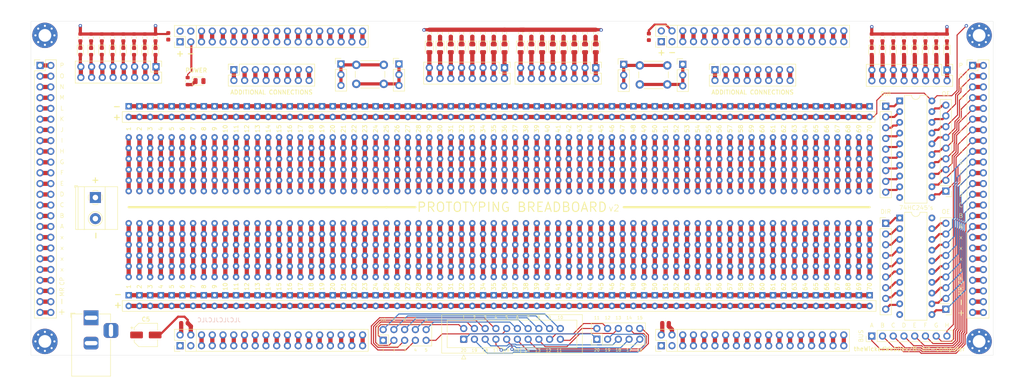
<source format=kicad_pcb>
(kicad_pcb (version 20211014) (generator pcbnew)
  (layers (0 "F.Cu" signal) (31 "B.Cu" signal) (34 "B.Paste" user) (35 "F.Paste" user) (36 "B.SilkS" user "B.Silkscreen") (37 "F.SilkS" user "F.Silkscreen") (38 "B.Mask" user) (39 "F.Mask" user) (44 "Edge.Cuts" user))
  (net 0 "")
  (net 1 "Net-(U1-Pad140)")
  (net 2 "Net-(U1-Pad139)")
  (net 3 "Net-(U1-Pad138)")
  (net 4 "Net-(U1-Pad133)")
  (net 5 "Net-(U1-Pad137)")
  (net 6 "Net-(U1-Pad136)")
  (net 7 "Net-(U1-Pad132)")
  (net 8 "Net-(U1-Pad131)")
  (net 9 "Net-(U1-Pad135)")
  (net 10 "Net-(U1-Pad134)")
  (net 11 "Net-(U1-Pad72)")
  (net 12 "Net-(U1-Pad122)")
  (net 13 "Net-(U1-Pad121)")
  (net 14 "Net-(U1-Pad120)")
  (net 15 "Net-(U1-Pad119)")
  (net 16 "Net-(U1-Pad118)")
  (net 17 "Net-(U1-Pad117)")
  (net 18 "Net-(U1-Pad116)")
  (net 19 "Net-(U1-Pad115)")
  (net 20 "Net-(U1-Pad114)")
  (net 21 "Net-(U1-Pad113)")
  (net 22 "Net-(U1-Pad112)")
  (net 23 "Net-(U1-Pad111)")
  (net 24 "Net-(U1-Pad110)")
  (net 25 "Net-(U1-Pad109)")
  (net 26 "Net-(U1-Pad108)")
  (net 27 "Net-(U1-Pad107)")
  (net 28 "Net-(U1-Pad106)")
  (net 29 "Net-(U1-Pad104)")
  (net 30 "Net-(U1-Pad103)")
  (net 31 "Net-(U1-Pad102)")
  (net 32 "Net-(U1-Pad101)")
  (net 33 "Net-(U1-Pad100)")
  (net 34 "Net-(U1-Pad99)")
  (net 35 "Net-(U1-Pad98)")
  (net 36 "Net-(U1-Pad97)")
  (net 37 "Net-(U1-Pad96)")
  (net 38 "Net-(U1-Pad95)")
  (net 39 "Net-(U1-Pad94)")
  (net 40 "Net-(U1-Pad93)")
  (net 41 "Net-(U1-Pad92)")
  (net 42 "Net-(U1-Pad91)")
  (net 43 "Net-(U1-Pad90)")
  (net 44 "Net-(U1-Pad89)")
  (net 45 "Net-(U1-Pad105)")
  (net 46 "Net-(U1-Pad88)")
  (net 47 "Net-(U1-Pad87)")
  (net 48 "Net-(U1-Pad86)")
  (net 49 "Net-(U1-Pad85)")
  (net 50 "Net-(U1-Pad84)")
  (net 51 "Net-(U1-Pad83)")
  (net 52 "Net-(U1-Pad82)")
  (net 53 "Net-(U1-Pad81)")
  (net 54 "Net-(U1-Pad80)")
  (net 55 "Net-(U1-Pad79)")
  (net 56 "Net-(U1-Pad78)")
  (net 57 "Net-(U1-Pad77)")
  (net 58 "Net-(U1-Pad76)")
  (net 59 "Net-(U1-Pad75)")
  (net 60 "Net-(U1-Pad74)")
  (net 61 "Net-(U1-Pad128)")
  (net 62 "Net-(U1-Pad127)")
  (net 63 "Net-(U1-Pad126)")
  (net 64 "Net-(U1-Pad125)")
  (net 65 "Net-(U1-Pad124)")
  (net 66 "Net-(U1-Pad123)")
  (net 67 "Net-(U1-Pad73)")
  (net 68 "Net-(U1-Pad130)")
  (net 69 "Net-(U1-Pad129)")
  (net 70 "Net-(U1-Pad40)")
  (net 71 "Net-(U1-Pad32)")
  (net 72 "Net-(U1-Pad69)")
  (net 73 "Net-(U1-Pad68)")
  (net 74 "Net-(U1-Pad67)")
  (net 75 "Net-(U1-Pad66)")
  (net 76 "Net-(U1-Pad65)")
  (net 77 "Net-(U1-Pad64)")
  (net 78 "Net-(U1-Pad63)")
  (net 79 "Net-(U1-Pad53)")
  (net 80 "Net-(U1-Pad19)")
  (net 81 "Net-(U1-Pad18)")
  (net 82 "Net-(U1-Pad34)")
  (net 83 "Net-(U1-Pad17)")
  (net 84 "Net-(U1-Pad62)")
  (net 85 "Net-(U1-Pad61)")
  (net 86 "Net-(U1-Pad3)")
  (net 87 "Net-(U1-Pad8)")
  (net 88 "Net-(U1-Pad35)")
  (net 89 "Net-(U1-Pad16)")
  (net 90 "Net-(U1-Pad15)")
  (net 91 "Net-(U1-Pad10)")
  (net 92 "Net-(U1-Pad9)")
  (net 93 "Net-(U1-Pad39)")
  (net 94 "Net-(U1-Pad38)")
  (net 95 "Net-(U1-Pad7)")
  (net 96 "Net-(U1-Pad33)")
  (net 97 "Net-(U1-Pad46)")
  (net 98 "Net-(U1-Pad57)")
  (net 99 "Net-(U1-Pad56)")
  (net 100 "Net-(U1-Pad55)")
  (net 101 "Net-(U1-Pad54)")
  (net 102 "Net-(U1-Pad26)")
  (net 103 "Net-(U1-Pad2)")
  (net 104 "Net-(U1-Pad59)")
  (net 105 "Net-(U1-Pad41)")
  (net 106 "Net-(U1-Pad60)")
  (net 107 "Net-(U1-Pad50)")
  (net 108 "Net-(U1-Pad49)")
  (net 109 "Net-(U1-Pad48)")
  (net 110 "Net-(U1-Pad44)")
  (net 111 "Net-(U1-Pad52)")
  (net 112 "Net-(U1-Pad51)")
  (net 113 "Net-(U1-Pad11)")
  (net 114 "Net-(U1-Pad1)")
  (net 115 "Net-(U1-Pad70)")
  (net 116 "Net-(U1-Pad25)")
  (net 117 "Net-(U1-Pad24)")
  (net 118 "Net-(U1-Pad43)")
  (net 119 "Net-(U1-Pad42)")
  (net 120 "Net-(U1-Pad37)")
  (net 121 "Net-(U1-Pad36)")
  (net 122 "Net-(U1-Pad31)")
  (net 123 "Net-(U1-Pad30)")
  (net 124 "Net-(U1-Pad29)")
  (net 125 "Net-(U1-Pad28)")
  (net 126 "Net-(U1-Pad27)")
  (net 127 "Net-(U1-Pad58)")
  (net 128 "Net-(U1-Pad14)")
  (net 129 "Net-(U1-Pad13)")
  (net 130 "Net-(U1-Pad45)")
  (net 131 "Net-(U1-Pad12)")
  (net 132 "Net-(U1-Pad21)")
  (net 133 "Net-(U1-Pad20)")
  (net 134 "Net-(U1-Pad47)")
  (net 135 "Net-(U1-Pad23)")
  (net 136 "Net-(U1-Pad22)")
  (net 137 "Net-(U1-Pad4)")
  (net 138 "Net-(U1-Pad6)")
  (net 139 "Net-(U1-Pad5)")
  (net 140 "Net-(U1-Pad71)")
  (net 141 "GND")
  (net 142 "Net-(J5-Pad31)")
  (net 143 "Net-(J5-Pad29)")
  (net 144 "Net-(J5-Pad27)")
  (net 145 "Net-(J5-Pad25)")
  (net 146 "Net-(J5-Pad23)")
  (net 147 "Net-(J5-Pad21)")
  (net 148 "Net-(J5-Pad19)")
  (net 149 "Net-(J5-Pad17)")
  (net 150 "Net-(J5-Pad15)")
  (net 151 "Net-(J5-Pad13)")
  (net 152 "Net-(J5-Pad11)")
  (net 153 "Net-(J5-Pad10)")
  (net 154 "Net-(J5-Pad7)")
  (net 155 "Net-(J5-Pad5)")
  (net 156 "Net-(J6-Pad31)")
  (net 157 "Net-(J6-Pad29)")
  (net 158 "Net-(J6-Pad27)")
  (net 159 "Net-(J6-Pad25)")
  (net 160 "Net-(J6-Pad23)")
  (net 161 "Net-(J6-Pad21)")
  (net 162 "Net-(J6-Pad19)")
  (net 163 "Net-(J6-Pad17)")
  (net 164 "Net-(J6-Pad15)")
  (net 165 "Net-(J6-Pad13)")
  (net 166 "Net-(J6-Pad11)")
  (net 167 "Net-(J6-Pad10)")
  (net 168 "Net-(J6-Pad7)")
  (net 169 "Net-(J6-Pad5)")
  (net 170 "VCC")
  (net 171 "Net-(J8-Pad43)")
  (net 172 "Net-(J8-Pad41)")
  (net 173 "Net-(J8-Pad39)")
  (net 174 "Net-(J8-Pad37)")
  (net 175 "Net-(J8-Pad35)")
  (net 176 "Net-(J8-Pad33)")
  (net 177 "Net-(J9-Pad43)")
  (net 178 "Net-(J9-Pad41)")
  (net 179 "Net-(J9-Pad39)")
  (net 180 "Net-(J9-Pad37)")
  (net 181 "Net-(J9-Pad35)")
  (net 182 "Net-(J9-Pad33)")
  (net 183 "Net-(J9-Pad31)")
  (net 184 "Net-(J9-Pad29)")
  (net 185 "Net-(J9-Pad27)")
  (net 186 "Net-(J9-Pad25)")
  (net 187 "Net-(J9-Pad23)")
  (net 188 "Net-(J9-Pad21)")
  (net 189 "Net-(J9-Pad19)")
  (net 190 "Net-(J9-Pad17)")
  (net 191 "Net-(J9-Pad15)")
  (net 192 "Net-(J9-Pad13)")
  (net 193 "Net-(J9-Pad11)")
  (net 194 "Net-(J9-Pad10)")
  (net 195 "Net-(J9-Pad7)")
  (net 196 "Net-(J9-Pad5)")
  (net 197 "Net-(J9-Pad3)")
  (net 198 "Net-(J9-Pad1)")
  (net 199 "Net-(J10-Pad8)")
  (net 200 "Net-(J10-Pad7)")
  (net 201 "Net-(J10-Pad6)")
  (net 202 "Net-(J10-Pad5)")
  (net 203 "Net-(J10-Pad4)")
  (net 204 "Net-(J10-Pad3)")
  (net 205 "Net-(J10-Pad2)")
  (net 206 "Net-(J10-Pad1)")
  (net 207 "Net-(J11-Pad8)")
  (net 208 "Net-(J11-Pad7)")
  (net 209 "Net-(J11-Pad6)")
  (net 210 "Net-(J11-Pad5)")
  (net 211 "Net-(J11-Pad4)")
  (net 212 "Net-(J11-Pad3)")
  (net 213 "Net-(J11-Pad2)")
  (net 214 "Net-(J11-Pad1)")
  (net 215 "Net-(J12-Pad2)")
  (net 216 "Net-(J13-Pad2)")
  (net 217 "Net-(J5-Pad35)")
  (net 218 "Net-(J5-Pad33)")
  (net 219 "Net-(J6-Pad35)")
  (net 220 "Net-(J6-Pad33)")
  (net 221 "Net-(J14-Pad35)")
  (net 222 "Net-(J14-Pad33)")
  (net 223 "Net-(J14-Pad31)")
  (net 224 "Net-(J14-Pad29)")
  (net 225 "Net-(J14-Pad27)")
  (net 226 "Net-(J14-Pad25)")
  (net 227 "Net-(J14-Pad23)")
  (net 228 "Net-(J14-Pad21)")
  (net 229 "Net-(J14-Pad19)")
  (net 230 "Net-(J14-Pad17)")
  (net 231 "Net-(J14-Pad15)")
  (net 232 "Net-(J14-Pad13)")
  (net 233 "Net-(J14-Pad11)")
  (net 234 "Net-(J14-Pad10)")
  (net 235 "Net-(J14-Pad7)")
  (net 236 "Net-(J14-Pad5)")
  (net 237 "Net-(J15-Pad35)")
  (net 238 "Net-(J15-Pad33)")
  (net 239 "Net-(J15-Pad31)")
  (net 240 "Net-(J15-Pad29)")
  (net 241 "Net-(J15-Pad27)")
  (net 242 "Net-(J15-Pad25)")
  (net 243 "Net-(J15-Pad23)")
  (net 244 "Net-(J15-Pad21)")
  (net 245 "Net-(J15-Pad19)")
  (net 246 "Net-(J15-Pad17)")
  (net 247 "Net-(J15-Pad15)")
  (net 248 "Net-(J15-Pad13)")
  (net 249 "Net-(J15-Pad11)")
  (net 250 "Net-(J15-Pad10)")
  (net 251 "Net-(J15-Pad7)")
  (net 252 "Net-(J15-Pad5)")
  (net 253 "Net-(J16-Pad7)")
  (net 254 "Net-(J16-Pad5)")
  (net 255 "Net-(J16-Pad3)")
  (net 256 "Net-(J16-Pad1)")
  (net 257 "Net-(J17-Pad7)")
  (net 258 "Net-(J17-Pad5)")
  (net 259 "Net-(J17-Pad3)")
  (net 260 "Net-(J17-Pad1)")
  (net 261 "Net-(J16-Pad15)")
  (net 262 "Net-(J16-Pad13)")
  (net 263 "Net-(J16-Pad11)")
  (net 264 "Net-(J16-Pad10)")
  (net 265 "Net-(J17-Pad15)")
  (net 266 "Net-(J17-Pad13)")
  (net 267 "Net-(J17-Pad11)")
  (net 268 "Net-(J17-Pad10)")
  (net 269 "Net-(D1-Pad2)")
  (net 270 "Net-(D1-Pad1)")
  (net 271 "Net-(D2-Pad2)")
  (net 272 "Net-(D2-Pad1)")
  (net 273 "Net-(D3-Pad2)")
  (net 274 "Net-(D3-Pad1)")
  (net 275 "Net-(D4-Pad2)")
  (net 276 "Net-(D4-Pad1)")
  (net 277 "Net-(D5-Pad2)")
  (net 278 "Net-(D5-Pad1)")
  (net 279 "Net-(D6-Pad2)")
  (net 280 "Net-(D6-Pad1)")
  (net 281 "Net-(D7-Pad2)")
  (net 282 "Net-(D7-Pad1)")
  (net 283 "Net-(D8-Pad2)")
  (net 284 "Net-(D8-Pad1)")
  (net 285 "Net-(D9-Pad2)")
  (net 286 "Net-(D9-Pad1)")
  (net 287 "Net-(D10-Pad2)")
  (net 288 "Net-(D10-Pad1)")
  (net 289 "Net-(D11-Pad2)")
  (net 290 "Net-(D11-Pad1)")
  (net 291 "Net-(D12-Pad2)")
  (net 292 "Net-(D12-Pad1)")
  (net 293 "Net-(D13-Pad2)")
  (net 294 "Net-(D13-Pad1)")
  (net 295 "Net-(D14-Pad2)")
  (net 296 "Net-(D14-Pad1)")
  (net 297 "Net-(D15-Pad2)")
  (net 298 "Net-(D15-Pad1)")
  (net 299 "Net-(D16-Pad2)")
  (net 300 "Net-(D16-Pad1)")
  (net 301 "Net-(D17-Pad2)")
  (net 302 "Net-(D17-Pad1)")
  (net 303 "Net-(D18-Pad2)")
  (net 304 "Net-(D18-Pad1)")
  (net 305 "Net-(D19-Pad2)")
  (net 306 "Net-(D19-Pad1)")
  (net 307 "Net-(D20-Pad2)")
  (net 308 "Net-(D20-Pad1)")
  (net 309 "Net-(D21-Pad2)")
  (net 310 "Net-(D21-Pad1)")
  (net 311 "Net-(D22-Pad2)")
  (net 312 "Net-(D22-Pad1)")
  (net 313 "Net-(D23-Pad2)")
  (net 314 "Net-(D23-Pad1)")
  (net 315 "Net-(D24-Pad2)")
  (net 316 "Net-(D24-Pad1)")
  (net 317 "Net-(D25-Pad2)")
  (net 318 "Net-(D25-Pad1)")
  (net 319 "Net-(D26-Pad2)")
  (net 320 "Net-(D26-Pad1)")
  (net 321 "Net-(D27-Pad2)")
  (net 322 "Net-(D27-Pad1)")
  (net 323 "Net-(D28-Pad2)")
  (net 324 "Net-(D28-Pad1)")
  (net 325 "Net-(D29-Pad2)")
  (net 326 "Net-(D29-Pad1)")
  (net 327 "Net-(D30-Pad2)")
  (net 328 "Net-(D30-Pad1)")
  (net 329 "Net-(D31-Pad2)")
  (net 330 "Net-(D31-Pad1)")
  (net 331 "Net-(D32-Pad2)")
  (net 332 "Net-(D32-Pad1)")
  (net 333 "Net-(D33-Pad1)")
  (net 334 "Net-(J19-Pad1)")
  (net 335 "Net-(J20-Pad1)")
  (net 336 "Net-(J21-Pad2)")
  (net 337 "Net-(J25-Pad1)")
  (net 338 "Net-(J10-Pad9)")
  (net 339 "Net-(J11-Pad9)")
  (net 340 "Net-(J12-Pad9)")
  (net 341 "Net-(J12-Pad8)")
  (net 342 "Net-(J12-Pad7)")
  (net 343 "Net-(J12-Pad6)")
  (net 344 "Net-(J12-Pad5)")
  (net 345 "Net-(J12-Pad4)")
  (net 346 "Net-(J12-Pad3)")
  (net 347 "Net-(J12-Pad1)")
  (net 348 "Net-(J13-Pad9)")
  (net 349 "Net-(J13-Pad8)")
  (net 350 "Net-(J13-Pad7)")
  (net 351 "Net-(J13-Pad6)")
  (net 352 "Net-(J13-Pad5)")
  (net 353 "Net-(J13-Pad4)")
  (net 354 "Net-(J13-Pad3)")
  (net 355 "Net-(J13-Pad1)")
  (net 356 "Net-(J21-Pad20)")
  (net 357 "Net-(J21-Pad18)")
  (net 358 "Net-(J21-Pad16)")
  (net 359 "Net-(J21-Pad14)")
  (net 360 "Net-(J21-Pad12)")
  (net 361 "Net-(J21-Pad10)")
  (net 362 "Net-(J21-Pad8)")
  (net 363 "Net-(J21-Pad6)")
  (net 364 "Net-(J21-Pad4)")
  (net 365 "Net-(J21-Pad19)")
  (net 366 "Net-(J21-Pad17)")
  (net 367 "Net-(J21-Pad15)")
  (net 368 "Net-(J21-Pad13)")
  (net 369 "Net-(J21-Pad11)")
  (net 370 "Net-(J21-Pad9)")
  (net 371 "Net-(J21-Pad7)")
  (net 372 "Net-(J21-Pad5)")
  (net 373 "Net-(J21-Pad3)")
  (net 374 "Net-(J21-Pad1)")
  (net 375 "Net-(J26-Pad1)")
  (footprint "LED_SMD:LED_0805_2012Metric" (layer "F.Cu") (at 173.736 61.214 -90)
    (fp_text reference "D9" hide)
    (fp_text value "NCD0805R1")
  )
  (footprint "LED_SMD:LED_0805_2012Metric" (layer "F.Cu") (at 176.276 61.214 -90)
    (fp_text reference "D10" hide)
    (fp_text value "NCD0805R1")
  )
  (footprint "LED_SMD:LED_0805_2012Metric" (layer "F.Cu") (at 178.816 61.214 -90)
    (fp_text reference "D11" hide)
    (fp_text value "NCD0805R1")
  )
  (footprint "LED_SMD:LED_0805_2012Metric" (layer "F.Cu") (at 181.356 61.214 -90)
    (fp_text reference "D12" hide)
    (fp_text value "NCD0805R1")
  )
  (footprint "LED_SMD:LED_0805_2012Metric" (layer "F.Cu") (at 183.896 61.214 -90)
    (fp_text reference "D13" hide)
    (fp_text value "NCD0805R1")
  )
  (footprint "LED_SMD:LED_0805_2012Metric" (layer "F.Cu") (at 186.436 61.214 -90)
    (fp_text reference "D14" hide)
    (fp_text value "NCD0805R1")
  )
  (footprint "LED_SMD:LED_0805_2012Metric" (layer "F.Cu") (at 188.976 61.214 -90)
    (fp_text reference "D15" hide)
    (fp_text value "NCD0805R1")
  )
  (footprint "LED_SMD:LED_0805_2012Metric" (layer "F.Cu") (at 191.516 61.214 -90)
    (fp_text reference "D16" hide)
    (fp_text value "NCD0805R1")
  )
  (footprint "Resistor_SMD:R_0603_1608Metric" (layer "F.Cu") (at 173.736 57.658 90)
    (fp_text reference "U4" hide)
    (fp_text value "0603WAF1001T5E")
  )
  (footprint "Resistor_SMD:R_0603_1608Metric" (layer "F.Cu") (at 176.276 57.658 90)
    (fp_text reference "U6" hide)
    (fp_text value "0603WAF1001T5E")
  )
  (footprint "Resistor_SMD:R_0603_1608Metric" (layer "F.Cu") (at 178.816 57.658 90)
    (fp_text reference "U8" hide)
    (fp_text value "0603WAF1001T5E")
  )
  (footprint "Resistor_SMD:R_0603_1608Metric" (layer "F.Cu") (at 181.356 57.658 90)
    (fp_text reference "U10" hide)
    (fp_text value "0603WAF1001T5E")
  )
  (footprint "Resistor_SMD:R_0603_1608Metric" (layer "F.Cu") (at 183.896 57.658 90)
    (fp_text reference "U12" hide)
    (fp_text value "0603WAF1001T5E")
  )
  (footprint "Resistor_SMD:R_0603_1608Metric" (layer "F.Cu") (at 186.436 57.658 90)
    (fp_text reference "U14" hide)
    (fp_text value "0603WAF1001T5E")
  )
  (footprint "Resistor_SMD:R_0603_1608Metric" (layer "F.Cu") (at 188.976 57.658 90)
    (fp_text reference "U16" hide)
    (fp_text value "0603WAF1001T5E")
  )
  (footprint "Resistor_SMD:R_0603_1608Metric" (layer "F.Cu") (at 191.516 57.658 90)
    (fp_text reference "U18" hide)
    (fp_text value "0603WAF1001T5E")
  )
  (footprint "LED_SMD:LED_0603_1608Metric" (layer "F.Cu") (at 69.596 61.958856 -90)
    (fp_text reference "D17" hide)
    (fp_text value "19-217/BHC-ZL1M2RY/3T")
  )
  (footprint "LED_SMD:LED_0603_1608Metric" (layer "F.Cu") (at 72.136 61.970284 -90)
    (fp_text reference "D18" hide)
    (fp_text value "19-217/BHC-ZL1M2RY/3T")
  )
  (footprint "LED_SMD:LED_0603_1608Metric" (layer "F.Cu") (at 74.676 61.947428 -90)
    (fp_text reference "D19" hide)
    (fp_text value "19-217/BHC-ZL1M2RY/3T")
  )
  (footprint "LED_SMD:LED_0603_1608Metric" (layer "F.Cu") (at 77.216 61.96457 -90)
    (fp_text reference "D20" hide)
    (fp_text value "19-217/BHC-ZL1M2RY/3T")
  )
  (footprint "LED_SMD:LED_0603_1608Metric" (layer "F.Cu") (at 79.756 61.953142 -90)
    (fp_text reference "D21" hide)
    (fp_text value "19-217/BHC-ZL1M2RY/3T")
  )
  (footprint "LED_SMD:LED_0603_1608Metric" (layer "F.Cu") (at 82.296 61.975998 -90)
    (fp_text reference "D22" hide)
    (fp_text value "19-217/BHC-ZL1M2RY/3T")
  )
  (footprint "LED_SMD:LED_0603_1608Metric" (layer "F.Cu") (at 84.836 61.976 -90)
    (fp_text reference "D23" hide)
    (fp_text value "19-217/BHC-ZL1M2RY/3T")
  )
  (footprint "LED_SMD:LED_0603_1608Metric" (layer "F.Cu") (at 87.376 61.981714 -90)
    (fp_text reference "D24" hide)
    (fp_text value "19-217/BHC-ZL1M2RY/3T")
  )
  (footprint "Resistor_SMD:R_0603_1608Metric" (layer "F.Cu") (at 69.596 58.674 90)
    (fp_text reference "U20" hide)
    (fp_text value "0603WAF1001T5E")
  )
  (footprint "Resistor_SMD:R_0603_1608Metric" (layer "F.Cu") (at 72.136 58.674 90)
    (fp_text reference "U21" hide)
    (fp_text value "0603WAF1001T5E")
  )
  (footprint "Resistor_SMD:R_0603_1608Metric" (layer "F.Cu") (at 74.676 58.674 90)
    (fp_text reference "U22" hide)
    (fp_text value "0603WAF1001T5E")
  )
  (footprint "Resistor_SMD:R_0603_1608Metric" (layer "F.Cu") (at 77.216 58.674 90)
    (fp_text reference "U23" hide)
    (fp_text value "0603WAF1001T5E")
  )
  (footprint "Resistor_SMD:R_0603_1608Metric" (layer "F.Cu") (at 79.756 58.674 90)
    (fp_text reference "U24" hide)
    (fp_text value "0603WAF1001T5E")
  )
  (footprint "Resistor_SMD:R_0603_1608Metric" (layer "F.Cu") (at 82.296 58.674 90)
    (fp_text reference "U25" hide)
    (fp_text value "0603WAF1001T5E")
  )
  (footprint "Resistor_SMD:R_0603_1608Metric" (layer "F.Cu") (at 84.836 58.674 90)
    (fp_text reference "U26" hide)
    (fp_text value "0603WAF1001T5E")
  )
  (footprint "Resistor_SMD:R_0603_1608Metric" (layer "F.Cu") (at 87.376 58.674 90)
    (fp_text reference "U27" hide)
    (fp_text value "0603WAF1001T5E")
  )
  (footprint "LED_SMD:LED_0603_1608Metric" (layer "F.Cu") (at 259.334 61.976 -90)
    (fp_text reference "D26" hide)
    (fp_text value "19-217/BHC-ZL1M2RY/3T")
  )
  (footprint "LED_SMD:LED_0603_1608Metric" (layer "F.Cu") (at 264.414 61.976 -90)
    (fp_text reference "D28" hide)
    (fp_text value "19-217/BHC-ZL1M2RY/3T")
  )
  (footprint "LED_SMD:LED_0603_1608Metric" (layer "F.Cu") (at 266.954 61.976 -90)
    (fp_text reference "D29" hide)
    (fp_text value "19-217/BHC-ZL1M2RY/3T")
  )
  (footprint "LED_SMD:LED_0603_1608Metric" (layer "F.Cu") (at 269.494 61.976 -90)
    (fp_text reference "D30" hide)
    (fp_text value "19-217/BHC-ZL1M2RY/3T")
  )
  (footprint "LED_SMD:LED_0603_1608Metric" (layer "F.Cu") (at 272.034 61.976 -90)
    (fp_text reference "D31" hide)
    (fp_text value "19-217/BHC-ZL1M2RY/3T")
  )
  (footprint "LED_SMD:LED_0603_1608Metric" (layer "F.Cu") (at 274.574 61.976 -90)
    (fp_text reference "D32" hide)
    (fp_text value "19-217/BHC-ZL1M2RY/3T")
  )
  (footprint "Resistor_SMD:R_0603_1608Metric" (layer "F.Cu") (at 256.794 58.674 90)
    (fp_text reference "U28" hide)
    (fp_text value "0603WAF1001T5E")
  )
  (footprint "Resistor_SMD:R_0603_1608Metric" (layer "F.Cu") (at 259.334 58.674 90)
    (fp_text reference "U29" hide)
    (fp_text value "0603WAF1001T5E")
  )
  (footprint "Resistor_SMD:R_0603_1608Metric" (layer "F.Cu") (at 261.874 58.674 90)
    (fp_text reference "U30" hide)
    (fp_text value "0603WAF1001T5E")
  )
  (footprint "Resistor_SMD:R_0603_1608Metric" (layer "F.Cu") (at 264.414 58.674 90)
    (fp_text reference "U31" hide)
    (fp_text value "0603WAF1001T5E")
  )
  (footprint "Resistor_SMD:R_0603_1608Metric" (layer "F.Cu") (at 266.954 58.674 90)
    (fp_text reference "U32" hide)
    (fp_text value "0603WAF1001T5E")
  )
  (footprint "Resistor_SMD:R_0603_1608Metric" (layer "F.Cu") (at 269.494 58.674 90)
    (fp_text reference "U33" hide)
    (fp_text value "0603WAF1001T5E")
  )
  (footprint "Resistor_SMD:R_0603_1608Metric" (layer "F.Cu") (at 272.034 58.674 90)
    (fp_text reference "U34" hide)
    (fp_text value "0603WAF1001T5E")
  )
  (footprint "Resistor_SMD:R_0603_1608Metric" (layer "F.Cu") (at 274.574 58.674 90)
    (fp_text reference "U35" hide)
    (fp_text value "0603WAF1001T5E")
  )
  (footprint "LED_SMD:LED_0603_1608Metric" (layer "F.Cu") (at 256.794 61.976 -90)
    (fp_text reference "D25" hide)
    (fp_text value "19-217/BHC-ZL1M2RY/3T")
  )
  (footprint "LED_SMD:LED_0603_1608Metric" (layer "F.Cu") (at 261.874 61.976 -90)
    (fp_text reference "D27" hide)
    (fp_text value "19-217/BHC-ZL1M2RY/3T")
  )
  (footprint "LED_SMD:LED_0805_2012Metric" (layer "F.Cu") (at 97.77 68.982)
    (fp_text reference "D33" hide)
    (fp_text value "NCD0805R1")
  )
  (footprint "Resistor_SMD:R_0603_1608Metric" (layer "F.Cu") (at 94.976 68.982 90)
    (fp_text reference "U36" hide)
    (fp_text value "0603WAF1001T5E")
  )
  (footprint "MountingHole:MountingHole_3mm_Pad_Via" (layer "F.Cu") (at 61.214 130.556)
    (fp_text reference "REF**" hide)
    (fp_text value "MountingHole_3mm_Pad_Via")
  )
  (footprint "MountingHole:MountingHole_3mm_Pad_Via" (layer "F.Cu") (at 282.194 130.556)
    (fp_text reference "REF**" hide)
    (fp_text value "MountingHole_3mm_Pad_Via")
  )
  (footprint "MountingHole:MountingHole_3mm_Pad_Via" (layer "F.Cu") (at 282.194 58.166)
    (fp_text reference "REF**" hide)
    (fp_text value "MountingHole_3mm_Pad_Via")
  )
  (footprint "MountingHole:MountingHole_3mm_Pad_Via" (layer "F.Cu") (at 61.214 58.166)
    (fp_text reference "REF**" hide)
    (fp_text value "MountingHole_3mm_Pad_Via")
  )
  (footprint "Connector_PinHeader_2.54mm:PinHeader_2x24_P2.54mm_Vertical" (layer "F.Cu") (at 60.06 65.286)
    (fp_text reference "J9" hide)
    (fp_text value "Conn_02x24_Odd_Even")
  )
  (footprint "breadboard-prototype:6x70" (layer "F.Cu") (at 167.386 94.996)
    (fp_text reference "U1" hide)
    (fp_text value "6X70X2_breadboard" hide)
  )
  (footprint "Connector_PinHeader_2.54mm:PinHeader_2x24_P2.54mm_Vertical" (layer "F.Cu") (at 280.65 65.29)
    (fp_text reference "J8" hide)
    (fp_text value "Conn_02x24_Odd_Even")
  )
  (footprint "breadboard-prototype:power-rail-70" (layer "F.Cu") (at 251.206 82.55 180)
    (fp_text reference "U3" hide)
    (fp_text value "power-rail-breadboard" hide)
  )
  (footprint "breadboard-prototype:power-rail-70" (layer "F.Cu") (at 251.206 127.254 180)
    (fp_text reference "U2" hide)
    (fp_text value "power-rail-breadboard" hide)
  )
  (footprint "Connector_PinHeader_2.54mm:PinHeader_2x08_P2.54mm_Vertical" (layer "F.Cu") (at 169.926 65.826 -90)
    (fp_text reference "J1" hide)
    (fp_text value "Conn_02x08_Male" hide)
  )
  (footprint "Connector_PinHeader_2.54mm:PinHeader_2x08_P2.54mm_Vertical" (layer "F.Cu") (at 191.516 65.836 -90)
    (fp_text reference "J2" hide)
    (fp_text value "Conn_02x08_Male")
  )
  (footprint "Connector_PinHeader_2.54mm:PinHeader_2x08_P2.54mm_Vertical" (layer "F.Cu") (at 87.496 65.582 -90)
    (fp_text reference "J3" hide)
    (fp_text value "Conn_02x08_Male")
  )
  (footprint "Connector_PinHeader_2.54mm:PinHeader_2x08_P2.54mm_Vertical" (layer "F.Cu") (at 274.606 66.354 -90)
    (fp_text reference "J4" hide)
    (fp_text value "Conn_02x08_Male")
  )
  (footprint "Connector_PinHeader_2.54mm:PinHeader_2x18_P2.54mm_Vertical" (layer "F.Cu") (at 93.18 131.572 90)
    (fp_text reference "J6" hide)
    (fp_text value "Conn_02x18_Odd_Even")
  )
  (footprint "Connector_BarrelJack:BarrelJack_Horizontal" (layer "F.Cu") (at 72.136 124.968 90)
    (fp_text reference "J7" hide)
    (fp_text value "Barrel_Jack")
  )
  (footprint "Connector_PinHeader_2.54mm:PinHeader_2x18_P2.54mm_Vertical" (layer "F.Cu") (at 207 131.572 90)
    (fp_text reference "J5" hide)
    (fp_text value "Conn_02x18_Odd_Even")
  )
  (footprint "Connector_PinHeader_2.54mm:PinHeader_2x18_P2.54mm_Vertical" (layer "F.Cu") (at 207.01 59.65 90)
    (fp_text reference "J14" hide)
    (fp_text value "Conn_02x18_Odd_Even")
  )
  (footprint "Connector_PinHeader_2.54mm:PinHeader_2x18_P2.54mm_Vertical" (layer "F.Cu") (at 93.18 59.7 90)
    (fp_text reference "J15" hide)
    (fp_text value "Conn_02x18_Odd_Even")
  )
  (footprint "Connector_PinSocket_2.54mm:PinSocket_2x08_P2.54mm_Vertical" (layer "F.Cu") (at 219.71 66.294 90)
    (fp_text reference "J16" hide)
    (fp_text value "Screw_Terminal_02x08")
  )
  (footprint "Connector_PinSocket_2.54mm:PinSocket_2x08_P2.54mm_Vertical" (layer "F.Cu") (at 105.918 66.294 90)
    (fp_text reference "J17" hide)
    (fp_text value "Screw_Terminal_02x08")
  )
  (footprint "Capacitor_SMD:C_0603_1608Metric" (layer "F.Cu") (at 204.07 58.51 90)
    (fp_text reference "C3" hide)
    (fp_text value "0603B103K500NT")
  )
  (footprint "Capacitor_SMD:C_0603_1608Metric" (layer "F.Cu") (at 208.013 126.238)
    (fp_text reference "C4" hide)
    (fp_text value "0603B103K500NT")
  )
  (footprint "Capacitor_SMD:C_0603_1608Metric" (layer "F.Cu") (at 94.221 126.238)
    (fp_text reference "C6" hide)
    (fp_text value "0603B103K500NT")
  )
  (footprint "LED_SMD:LED_0805_2012Metric" (layer "F.Cu") (at 152.146 61.214 -90)
    (fp_text reference "D1" hide)
    (fp_text value "NCD0805R1")
  )
  (footprint "LED_SMD:LED_0805_2012Metric" (layer "F.Cu") (at 154.686 61.214 -90)
    (fp_text reference "D2" hide)
    (fp_text value "NCD0805R1")
  )
  (footprint "LED_SMD:LED_0805_2012Metric" (layer "F.Cu") (at 157.226 61.214 -90)
    (fp_text reference "D3" hide)
    (fp_text value "NCD0805R1")
  )
  (footprint "LED_SMD:LED_0805_2012Metric" (layer "F.Cu") (at 159.766 61.214 -90)
    (fp_text reference "D4" hide)
    (fp_text value "NCD0805R1")
  )
  (footprint "LED_SMD:LED_0805_2012Metric" (layer "F.Cu") (at 162.306 61.214 -90)
    (fp_text reference "D5" hide)
    (fp_text value "NCD0805R1")
  )
  (footprint "LED_SMD:LED_0805_2012Metric" (layer "F.Cu") (at 164.846 61.214 -90)
    (fp_text reference "D6" hide)
    (fp_text value "NCD0805R1")
  )
  (footprint "LED_SMD:LED_0805_2012Metric" (layer "F.Cu") (at 167.386 61.214 -90)
    (fp_text reference "D7" hide)
    (fp_text value "NCD0805R1")
  )
  (footprint "LED_SMD:LED_0805_2012Metric" (layer "F.Cu") (at 169.926 61.214 -90)
    (fp_text reference "D8" hide)
    (fp_text value "NCD0805R1")
  )
  (footprint "Resistor_SMD:R_0603_1608Metric" (layer "F.Cu") (at 152.146 57.658 90)
    (fp_text reference "U5" hide)
    (fp_text value "0603WAF1001T5E")
  )
  (footprint "Resistor_SMD:R_0603_1608Metric" (layer "F.Cu") (at 154.686 57.658 90)
    (fp_text reference "U7" hide)
    (fp_text value "0603WAF1001T5E")
  )
  (footprint "Resistor_SMD:R_0603_1608Metric" (layer "F.Cu") (at 157.226 57.658 90)
    (fp_text reference "U9" hide)
    (fp_text value "0603WAF1001T5E")
  )
  (footprint "Resistor_SMD:R_0603_1608Metric" (layer "F.Cu") (at 159.766 57.658 90)
    (fp_text reference "U11" hide)
    (fp_text value "0603WAF1001T5E")
  )
  (footprint "Resistor_SMD:R_0603_1608Metric" (layer "F.Cu") (at 162.306 57.658 90)
    (fp_text reference "U13" hide)
    (fp_text value "0603WAF1001T5E")
  )
  (footprint "Resistor_SMD:R_0603_1608Metric" (layer "F.Cu") (at 164.846 57.658 90)
    (fp_text reference "U15" hide)
    (fp_text value "0603WAF1001T5E")
  )
  (footprint "Resistor_SMD:R_0603_1608Metric" (layer "F.Cu") (at 167.386 57.658 90)
    (fp_text reference "U17" hide)
    (fp_text value "0603WAF1001T5E")
  )
  (footprint "Resistor_SMD:R_0603_1608Metric" (layer "F.Cu") (at 169.926 57.658 90)
    (fp_text reference "U19" hide)
    (fp_text value "0603WAF1001T5E")
  )
  (footprint "Connector_PinHeader_2.54mm:PinHeader_1x09_P2.54mm_Vertical" (layer "F.Cu") (at 260.096 74.93)
    (fp_text reference "J10" hide)
    (fp_text value "Conn_01x09_Male")
  )
  (footprint "Connector_PinHeader_2.54mm:PinHeader_1x09_P2.54mm_Vertical" (layer "F.Cu") (at 274.32 94.996 180)
    (fp_text reference "J11" hide)
    (fp_text value "Conn_01x09_Male")
  )
  (footprint "Connector_PinHeader_2.54mm:PinHeader_1x09_P2.54mm_Vertical" (layer "F.Cu") (at 260.096 102.616)
    (fp_text reference "J12" hide)
    (fp_text value "Conn_01x09_Male")
  )
  (footprint "Connector_PinHeader_2.54mm:PinHeader_1x09_P2.54mm_Vertical" (layer "F.Cu") (at 274.32 122.936 180)
    (fp_text reference "J13" hide)
    (fp_text value "Conn_01x09_Male")
  )
  (footprint "Package_DIP:DIP-20_W7.62mm" (layer "F.Cu") (at 263.398 101.346)
    (fp_text reference "U39" hide)
    (fp_text value "74LS245")
  )
  (footprint "Package_DIP:DIP-20_W7.62mm" (layer "F.Cu") (at 263.398 73.66)
    (fp_text reference "U68" hide)
    (fp_text value "74LS245")
  )
  (footprint "Connector_IDC:IDC-Header_2x10_P2.54mm_Vertical" (layer "F.Cu") (at 160.274 130.048 90)
    (fp_text reference "J21" hide)
    (fp_text value "Conn_02x20_Odd_Even")
  )
  (footprint "Connector_PinHeader_2.54mm:PinHeader_2x05_P2.54mm_Vertical" (layer "F.Cu") (at 141.224 130.302 90)
    (fp_text reference "J22" hide)
    (fp_text value "Conn_02x05_Odd_Even")
  )
  (footprint "Connector_PinHeader_2.54mm:PinHeader_2x05_P2.54mm_Vertical" (layer "F.Cu") (at 191.77 130.048 90)
    (fp_text reference "J23" hide)
    (fp_text value "Conn_02x05_Odd_Even")
  )
  (footprint "Connector_PinHeader_2.54mm:PinHeader_1x08_P2.54mm_Vertical" (layer "F.Cu") (at 256.794 129.286 90)
    (fp_text reference "J24" hide)
    (fp_text value "Conn_01x08_Male")
  )
  (footprint "Connector_PinHeader_2.54mm:PinHeader_1x03_P2.54mm_Vertical" (layer "F.Cu") (at 144.958 64.936)
    (fp_text reference "J19" hide)
    (fp_text value "Conn_01x03_Male")
  )
  (footprint "Connector_PinHeader_2.54mm:PinHeader_1x03_P2.54mm_Vertical" (layer "F.Cu") (at 131.242 64.936)
    (fp_text reference "J20" hide)
    (fp_text value "Conn_01x03_Male")
  )
  (footprint "Connector_PinHeader_2.54mm:PinHeader_1x03_P2.54mm_Vertical" (layer "F.Cu") (at 198.12 65.024)
    (fp_text reference "J25" hide)
    (fp_text value "Conn_01x03_Male")
  )
  (footprint "Connector_PinHeader_2.54mm:PinHeader_1x03_P2.54mm_Vertical" (layer "F.Cu") (at 212.09 65.024)
    (fp_text reference "J26" hide)
    (fp_text value "Conn_01x03_Male")
  )
  (footprint "Button_Switch_THT:SW_PUSH_6mm" (layer "F.Cu") (at 134.87 65.144)
    (fp_text reference "SW1" hide)
    (fp_text value "SW_Push")
  )
  (footprint "Button_Switch_THT:SW_PUSH_6mm" (layer "F.Cu") (at 201.93 65.278)
    (fp_text reference "SW2" hide)
    (fp_text value "SW_Push")
  )
  (footprint "Capacitor_SMD:C_0603_1608Metric" (layer "F.Cu") (at 90.39 58.39 90)
    (fp_text reference "C2" hide)
    (fp_text value "0603B103K500NT")
  )
  (footprint "Capacitor_SMD:CP_Elec_5x5.8" (layer "F.Cu") (at 85.09 129.032)
    (fp_text reference "C5")
    (fp_text value "SMD-ECAP-5x5.8")
  )
  (footprint "TerminalBlock_Phoenix:TerminalBlock_Phoenix_MKDS-1,5-2_1x02_P5.00mm_Horizontal" (layer "F.Cu") (at 73.152 96.52 -90)
    (fp_text reference "J18" hide)
    (fp_text value "Screw_Terminal_01x02")
  )
  (gr_line (start 79.502 120.904) (end 79.502 123.444) (layer "F.SilkS") (width 0.12))
  (gr_line (start 257.556 76.2) (end 79.502 76.2) (layer "F.SilkS") (width 0.12))
  (gr_line (start 81.026 98.806) (end 141.986 98.806) (layer "F.SilkS") (width 0.5))
  (gr_line (start 79.502 120.904) (end 257.81 120.904) (layer "F.SilkS") (width 0.12))
  (gr_line (start 257.81 120.904) (end 257.81 123.444) (layer "F.SilkS") (width 0.12))
  (gr_line (start 257.556 78.74) (end 257.556 76.2) (layer "F.SilkS") (width 0.12))
  (gr_line (start 210.82 132.842) (end 210.82 127.762) (layer "F.SilkS") (width 0.12))
  (gr_line (start 141.986 98.806) (end 148.844 98.806) (layer "F.SilkS") (width 0.5))
  (gr_line (start 79.502 78.74) (end 257.556 78.74) (layer "F.SilkS") (width 0.12))
  (gr_line (start 97.028 132.842) (end 97.028 127.762) (layer "F.SilkS") (width 0.12))
  (gr_line (start 257.81 123.444) (end 79.502 123.444) (layer "F.SilkS") (width 0.12))
  (gr_line (start 79.502 76.2) (end 79.502 78.74) (layer "F.SilkS") (width 0.12))
  (gr_line (start 198.12 98.806) (end 256.286 98.806) (layer "F.SilkS") (width 0.5))
  (gr_line (start 97.028 55.88) (end 97.028 60.96) (layer "F.SilkS") (width 0.12))
  (gr_line (start 210.82 55.88) (end 210.82 60.96) (layer "F.SilkS") (width 0.12))
  (gr_line (start 57.912 131.318) (end 57.912 54.864) (layer "Edge.Cuts") (width 0.05))
  (gr_line (start 285.496 54.864) (end 285.496 55.118) (layer "Edge.Cuts") (width 0.05))
  (gr_line (start 57.912 133.858) (end 57.912 131.318) (layer "Edge.Cuts") (width 0.05))
  (gr_line (start 285.496 131.318) (end 285.496 133.858) (layer "Edge.Cuts") (width 0.05))
  (gr_line (start 57.912 54.864) (end 285.496 54.864) (layer "Edge.Cuts") (width 0.05))
  (gr_line (start 285.496 133.858) (end 57.912 133.858) (layer "Edge.Cuts") (width 0.05))
  (gr_line (start 285.496 55.118) (end 285.496 131.318) (layer "Edge.Cuts") (width 0.05))
  (gr_text "JLCJLCJLCJLC" (at 102.39 125.5) (layer "B.SilkS") (effects (font (size 1 1) (thickness 0.1)) (justify mirror)))
  (gr_text "+" (at 78.232 77.47) (layer "F.SilkS") (effects (font (size 1.5 1.5) (thickness 0.25))))
  (gr_text "-" (at 78.232 74.93) (layer "F.SilkS") (effects (font (size 1.5 1.5) (thickness 0.25))))
  (gr_text "-" (at 78.486 119.38) (layer "F.SilkS") (effects (font (size 1.5 1.5) (thickness 0.25))))
  (gr_text "+" (at 78.486 121.92) (layer "F.SilkS") (effects (font (size 1.5 1.5) (thickness 0.25))))
  (gr_text "POWER" (at 97.008 66.442) (layer "F.SilkS") (effects (font (size 1 1) (thickness 0.16))))
  (gr_text "ADDITIONAL CONNECTIONS" (at 114.808 71.628) (layer "F.SilkS") (effects (font (size 1 1) (thickness 0.16))))
  (gr_text "ADDITIONAL CONNECTIONS" (at 228.6 71.628) (layer "F.SilkS") (effects (font (size 1 1) (thickness 0.16))))
  (gr_text "+" (at 73.152 92.332) (layer "F.SilkS") (effects (font (size 1.5 1.5) (thickness 0.25))))
  (gr_text "-" (at 73.152 105.522 90) (layer "F.SilkS") (effects (font (size 1.5 1.5) (thickness 0.25))))
  (gr_text "-" (at 65.096 121.11 90) (layer "F.SilkS") (effects (font (size 1.5 1.5))))
  (gr_text "+" (at 65.104 123.622 90) (layer "F.SilkS") (effects (font (size 1.5 1.5))))
  (gr_text "v2" (at 195.834 99.06) (layer "F.SilkS") (effects (font (size 1.5 1.5))))
  (gr_text "+" (at 93.178 62.436) (layer "F.SilkS") (effects (font (size 1.5 1.5) (thickness 0.25))))
  (gr_text "-" (at 277.87 121.324 90) (layer "F.SilkS") (effects (font (size 1.5 1.5))))
  (gr_text "+" (at 277.878 123.836 90) (layer "F.SilkS") (effects (font (size 1.5 1.5))))
  (gr_text "2" (at 83.566 80.264 90) (layer "F.SilkS") (effects (font (size 1 1))))
  (gr_text "3" (at 86.106 80.264 90) (layer "F.SilkS") (effects (font (size 1 1))))
  (gr_text "4" (at 88.646 80.264 90) (layer "F.SilkS") (effects (font (size 1 1))))
  (gr_text "5" (at 91.186 80.264 90) (layer "F.SilkS") (effects (font (size 1 1))))
  (gr_text "6" (at 93.726 80.264 90) (layer "F.SilkS") (effects (font (size 1 1))))
  (gr_text "7" (at 96.266 80.264 90) (layer "F.SilkS") (effects (font (size 1 1))))
  (gr_text "8" (at 98.806 80.264 90) (layer "F.SilkS") (effects (font (size 1 1))))
  (gr_text "9" (at 101.346 80.264 90) (layer "F.SilkS") (effects (font (size 1 1))))
  (gr_text "10" (at 103.886 80.264 90) (layer "F.SilkS") (effects (font (size 1 1))))
  (gr_text "11" (at 106.426 80.264 90) (layer "F.SilkS") (effects (font (size 1 1))))
  (gr_text "12" (at 108.966 80.264 90) (layer "F.SilkS") (effects (font (size 1 1))))
  (gr_text "13" (at 111.506 80.264 90) (layer "F.SilkS") (effects (font (size 1 1))))
  (gr_text "14" (at 114.046 80.264 90) (layer "F.SilkS") (effects (font (size 1 1))))
  (gr_text "15" (at 116.586 80.264 90) (layer "F.SilkS") (effects (font (size 1 1))))
  (gr_text "16" (at 119.126 80.264 90) (layer "F.SilkS") (effects (font (size 1 1))))
  (gr_text "17" (at 121.666 80.264 90) (layer "F.SilkS") (effects (font (size 1 1))))
  (gr_text "18" (at 124.206 80.264 90) (layer "F.SilkS") (effects (font (size 1 1))))
  (gr_text "19" (at 126.746 80.264 90) (layer "F.SilkS") (effects (font (size 1 1))))
  (gr_text "20" (at 129.286 80.264 90) (layer "F.SilkS") (effects (font (size 1 1))))
  (gr_text "21" (at 131.826 80.264 90) (layer "F.SilkS") (effects (font (size 1 1))))
  (gr_text "22" (at 134.366 80.264 90) (layer "F.SilkS") (effects (font (size 1 1))))
  (gr_text "23" (at 136.906 80.264 90) (layer "F.SilkS") (effects (font (size 1 1))))
  (gr_text "24" (at 139.446 80.264 90) (layer "F.SilkS") (effects (font (size 1 1))))
  (gr_text "25" (at 141.986 80.264 90) (layer "F.SilkS") (effects (font (size 1 1))))
  (gr_text "26" (at 144.526 80.264 90) (layer "F.SilkS") (effects (font (size 1 1))))
  (gr_text "27" (at 147.066 80.264 90) (layer "F.SilkS") (effects (font (size 1 1))))
  (gr_text "28" (at 149.606 80.264 90) (layer "F.SilkS") (effects (font (size 1 1))))
  (gr_text "29" (at 152.146 80.264 90) (layer "F.SilkS") (effects (font (size 1 1))))
  (gr_text "30" (at 154.686 80.264 90) (layer "F.SilkS") (effects (font (size 1 1))))
  (gr_text "31" (at 157.226 80.264 90) (layer "F.SilkS") (effects (font (size 1 1))))
  (gr_text "32" (at 159.766 80.264 90) (layer "F.SilkS") (effects (font (size 1 1))))
  (gr_text "33" (at 162.306 80.264 90) (layer "F.SilkS") (effects (font (size 1 1))))
  (gr_text "34" (at 164.846 80.264 90) (layer "F.SilkS") (effects (font (size 1 1))))
  (gr_text "35" (at 167.386 80.264 90) (layer "F.SilkS") (effects (font (size 1 1))))
  (gr_text "36" (at 169.926 80.264 90) (layer "F.SilkS") (effects (font (size 1 1))))
  (gr_text "37" (at 172.466 80.264 90) (layer "F.SilkS") (effects (font (size 1 1))))
  (gr_text "38" (at 175.006 80.264 90) (layer "F.SilkS") (effects (font (size 1 1))))
  (gr_text "39" (at 177.546 80.264 90) (layer "F.SilkS") (effects (font (size 1 1))))
  (gr_text "40" (at 180.086 80.264 90) (layer "F.SilkS") (effects (font (size 1 1))))
  (gr_text "41" (at 182.626 80.264 90) (layer "F.SilkS") (effects (font (size 1 1))))
  (gr_text "42" (at 185.166 80.264 90) (layer "F.SilkS") (effects (font (size 1 1))))
  (gr_text "43" (at 187.706 80.264 90) (layer "F.SilkS") (effects (font (size 1 1))))
  (gr_text "44" (at 190.246 80.264 90) (layer "F.SilkS") (effects (font (size 1 1))))
  (gr_text "45" (at 192.786 80.264 90) (layer "F.SilkS") (effects (font (size 1 1))))
  (gr_text "46" (at 195.326 80.264 90) (layer "F.SilkS") (effects (font (size 1 1))))
  (gr_text "47" (at 197.866 80.264 90) (layer "F.SilkS") (effects (font (size 1 1))))
  (gr_text "48" (at 200.406 80.264 90) (layer "F.SilkS") (effects (font (size 1 1))))
  (gr_text "49" (at 202.946 80.264 90) (layer "F.SilkS") (effects (font (size 1 1))))
  (gr_text "50" (at 205.486 80.264 90) (layer "F.SilkS") (effects (font (size 1 1))))
  (gr_text "51" (at 208.026 80.264 90) (layer "F.SilkS") (effects (font (size 1 1))))
  (gr_text "52" (at 210.566 80.264 90) (layer "F.SilkS") (effects (font (size 1 1))))
  (gr_text "53" (at 213.106 80.264 90) (layer "F.SilkS") (effects (font (size 1 1))))
  (gr_text "54" (at 215.646 80.264 90) (layer "F.SilkS") (effects (font (size 1 1))))
  (gr_text "55" (at 218.186 80.264 90) (layer "F.SilkS") (effects (font (size 1 1))))
  (gr_text "56" (at 220.726 80.264 90) (layer "F.SilkS") (effects (font (size 1 1))))
  (gr_text "57" (at 223.266 80.264 90) (layer "F.SilkS") (effects (font (size 1 1))))
  (gr_text "58" (at 225.806 80.264 90) (layer "F.SilkS") (effects (font (size 1 1))))
  (gr_text "59" (at 228.346 80.264 90) (layer "F.SilkS") (effects (font (size 1 1))))
  (gr_text "60" (at 230.886 80.264 90) (layer "F.SilkS") (effects (font (size 1 1))))
  (gr_text "61" (at 233.426 80.264 90) (layer "F.SilkS") (effects (font (size 1 1))))
  (gr_text "62" (at 235.966 80.264 90) (layer "F.SilkS") (effects (font (size 1 1))))
  (gr_text "63" (at 238.506 80.264 90) (layer "F.SilkS") (effects (font (size 1 1))))
  (gr_text "64" (at 241.046 80.264 90) (layer "F.SilkS") (effects (font (size 1 1))))
  (gr_text "65" (at 243.586 80.264 90) (layer "F.SilkS") (effects (font (size 1 1))))
  (gr_text "66" (at 246.126 80.264 90) (layer "F.SilkS") (effects (font (size 1 1))))
  (gr_text "67" (at 248.666 80.264 90) (layer "F.SilkS") (effects (font (size 1 1))))
  (gr_text "68" (at 251.206 80.264 90) (layer "F.SilkS") (effects (font (size 1 1))))
  (gr_text "69" (at 253.746 80.264 90) (layer "F.SilkS") (effects (font (size 1 1))))
  (gr_text "70" (at 256.286 80.264 90) (layer "F.SilkS") (effects (font (size 1 1))))
  (gr_text "30" (at 154.686 117.602 90) (layer "F.SilkS") (effects (font (size 1 1))))
  (gr_text "19" (at 126.746 117.602 90) (layer "F.SilkS") (effects (font (size 1 1))))
  (gr_text "25" (at 141.986 117.602 90) (layer "F.SilkS") (effects (font (size 1 1))))
  (gr_text "21" (at 131.826 117.602 90) (layer "F.SilkS") (effects (font (size 1 1))))
  (gr_text "18" (at 124.206 117.602 90) (layer "F.SilkS") (effects (font (size 1 1))))
  (gr_text "16" (at 119.126 117.602 90) (layer "F.SilkS") (effects (font (size 1 1))))
  (gr_text "29" (at 152.146 117.602 90) (layer "F.SilkS") (effects (font (size 1 1))))
  (gr_text "22" (at 134.366 117.602 90) (layer "F.SilkS") (effects (font (size 1 1))))
  (gr_text "17" (at 121.666 117.602 90) (layer "F.SilkS") (effects (font (size 1 1))))
  (gr_text "27" (at 147.066 117.602 90) (layer "F.SilkS") (effects (font (size 1 1))))
  (gr_text "20" (at 129.286 117.602 90) (layer "F.SilkS") (effects (font (size 1 1))))
  (gr_text "13" (at 111.506 117.602 90) (layer "F.SilkS") (effects (font (size 1 1))))
  (gr_text "24" (at 139.446 117.602 90) (layer "F.SilkS") (effects (font (size 1 1))))
  (gr_text "15" (at 116.586 117.602 90) (layer "F.SilkS") (effects (font (size 1 1))))
  (gr_text "14" (at 114.046 117.602 90) (layer "F.SilkS") (effects (font (size 1 1))))
  (gr_text "26" (at 144.526 117.602 90) (layer "F.SilkS") (effects (font (size 1 1))))
  (gr_text "28" (at 149.606 117.602 90) (layer "F.SilkS") (effects (font (size 1 1))))
  (gr_text "23" (at 136.906 117.602 90) (layer "F.SilkS") (effects (font (size 1 1))))
  (gr_text "5" (at 91.186 117.602 90) (layer "F.SilkS") (effects (font (size 1 1))))
  (gr_text "3" (at 86.106 117.602 90) (layer "F.SilkS") (effects (font (size 1 1))))
  (gr_text "10" (at 103.886 117.602 90) (layer "F.SilkS") (effects (font (size 1 1))))
  (gr_text "12" (at 108.966 117.602 90) (layer "F.SilkS") (effects (font (size 1 1))))
  (gr_text "9" (at 101.346 117.602 90) (layer "F.SilkS") (effects (font (size 1 1))))
  (gr_text "11" (at 106.426 117.602 90) (layer "F.SilkS") (effects (font (size 1 1))))
  (gr_text "6" (at 93.726 117.602 90) (layer "F.SilkS") (effects (font (size 1 1))))
  (gr_text "7" (at 96.266 117.602 90) (layer "F.SilkS") (effects (font (size 1 1))))
  (gr_text "4" (at 88.646 117.602 90) (layer "F.SilkS") (effects (font (size 1 1))))
  (gr_text "2" (at 83.566 117.602 90) (layer "F.SilkS") (effects (font (size 1 1))))
  (gr_text "8" (at 98.806 117.602 90) (layer "F.SilkS") (effects (font (size 1 1))))
  (gr_text "49" (at 202.946 117.602 90) (layer "F.SilkS") (effects (font (size 1 1))))
  (gr_text "48" (at 200.406 117.602 90) (layer "F.SilkS") (effects (font (size 1 1))))
  (gr_text "47" (at 197.866 117.602 90) (layer "F.SilkS") (effects (font (size 1 1))))
  (gr_text "55" (at 218.186 117.602 90) (layer "F.SilkS") (effects (font (size 1 1))))
  (gr_text "43" (at 187.706 117.602 90) (layer "F.SilkS") (effects (font (size 1 1))))
  (gr_text "46" (at 195.326 117.602 90) (layer "F.SilkS") (effects (font (size 1 1))))
  (gr_text "64" (at 241.046 117.602 90) (layer "F.SilkS") (effects (font (size 1 1))))
  (gr_text "34" (at 164.846 117.602 90) (layer "F.SilkS") (effects (font (size 1 1))))
  (gr_text "39" (at 177.546 117.602 90) (layer "F.SilkS") (effects (font (size 1 1))))
  (gr_text "42" (at 185.166 117.602 90) (layer "F.SilkS") (effects (font (size 1 1))))
  (gr_text "67" (at 248.666 117.602 90) (layer "F.SilkS") (effects (font (size 1 1))))
  (gr_text "68" (at 251.206 117.602 90) (layer "F.SilkS") (effects (font (size 1 1))))
  (gr_text "45" (at 192.786 117.602 90) (layer "F.SilkS") (effects (font (size 1 1))))
  (gr_text "59" (at 228.346 117.602 90) (layer "F.SilkS") (effects (font (size 1 1))))
  (gr_text "52" (at 210.566 117.602 90) (layer "F.SilkS") (effects (font (size 1 1))))
  (gr_text "50" (at 205.486 117.602 90) (layer "F.SilkS") (effects (font (size 1 1))))
  (gr_text "41" (at 182.626 117.602 90) (layer "F.SilkS") (effects (font (size 1 1))))
  (gr_text "35" (at 167.386 117.602 90) (layer "F.SilkS") (effects (font (size 1 1))))
  (gr_text "44" (at 190.246 117.602 90) (layer "F.SilkS") (effects (font (size 1 1))))
  (gr_text "63" (at 238.506 117.602 90) (layer "F.SilkS") (effects (font (size 1 1))))
  (gr_text "37" (at 172.466 117.602 90) (layer "F.SilkS") (effects (font (size 1 1))))
  (gr_text "65" (at 243.586 117.602 90) (layer "F.SilkS") (effects (font (size 1 1))))
  (gr_text "60" (at 230.886 117.602 90) (layer "F.SilkS") (effects (font (size 1 1))))
  (gr_text "54" (at 215.646 117.602 90) (layer "F.SilkS") (effects (font (size 1 1))))
  (gr_text "61" (at 233.426 117.602 90) (layer "F.SilkS") (effects (font (size 1 1))))
  (gr_text "31" (at 157.226 117.602 90) (layer "F.SilkS") (effects (font (size 1 1))))
  (gr_text "56" (at 220.726 117.602 90) (layer "F.SilkS") (effects (font (size 1 1))))
  (gr_text "57" (at 223.266 117.602 90) (layer "F.SilkS") (effects (font (size 1 1))))
  (gr_text "69" (at 253.746 117.602 90) (layer "F.SilkS") (effects (font (size 1 1))))
  (gr_text "58" (at 225.806 117.602 90) (layer "F.SilkS") (effects (font (size 1 1))))
  (gr_text "62" (at 235.966 117.602 90) (layer "F.SilkS") (effects (font (size 1 1))))
  (gr_text "38" (at 175.006 117.602 90) (layer "F.SilkS") (effects (font (size 1 1))))
  (gr_text "53" (at 213.106 117.602 90) (layer "F.SilkS") (effects (font (size 1 1))))
  (gr_text "66" (at 246.126 117.602 90) (layer "F.SilkS") (effects (font (size 1 1))))
  (gr_text "33" (at 162.306 117.602 90) (layer "F.SilkS") (effects (font (size 1 1))))
  (gr_text "40" (at 180.086 117.602 90) (layer "F.SilkS") (effects (font (size 1 1))))
  (gr_text "51" (at 208.026 117.602 90) (layer "F.SilkS") (effects (font (size 1 1))))
  (gr_text "36" (at 169.926 117.602 90) (layer "F.SilkS") (effects (font (size 1 1))))
  (gr_text "32" (at 159.766 117.602 90) (layer "F.SilkS") (effects (font (size 1 1))))
  (gr_text "70" (at 256.286 117.602 90) (layer "F.SilkS") (effects (font (size 1 1))))
  (gr_text "1" (at 81.026 117.602 90) (layer "F.SilkS") (effects (font (size 1 1))))
  (gr_text "-" (at 95.69 62.428) (layer "F.SilkS") (effects (font (size 1.5 1.5) (thickness 0.25))))
  (gr_text "+" (at 207.05 62.18) (layer "F.SilkS") (effects (font (size 1.5 1.5) (thickness 0.25))))
  (gr_text "-" (at 209.57 62.14) (layer "F.SilkS") (effects (font (size 1.5 1.5) (thickness 0.25))))
  (gr_text "MR" (at 277.87 118.618 90) (layer "F.SilkS") (effects (font (size 1 1) (thickness 0.1))))
  (gr_text "CP" (at 277.876 116.078 90) (layer "F.SilkS") (effects (font (size 1 1) (thickness 0.1))))
  (gr_text "CP" (at 65.278 116.332 90) (layer "F.SilkS") (effects (font (size 1 1) (thickness 0.1))))
  (gr_text "MR" (at 65.272 118.872 90) (layer "F.SilkS") (effects (font (size 1 1) (thickness 0.1))))
  (gr_text "x" (at 277.876 113.538) (layer "F.SilkS") (effects (font (size 1 1) (thickness 0.1))))
  (gr_text "x" (at 277.876 110.998) (layer "F.SilkS") (effects (font (size 1 1) (thickness 0.1))))
  (gr_text "x" (at 277.876 108.458) (layer "F.SilkS") (effects (font (size 1 1) (thickness 0.1))))
  (gr_text "x" (at 277.876 105.918) (layer "F.SilkS") (effects (font (size 1 1) (thickness 0.1))))
  (gr_text "F" (at 277.876 90.678) (layer "F.SilkS") (effects (font (size 1 1) (thickness 0.1))))
  (gr_text "E" (at 277.876 93.218) (layer "F.SilkS") (effects (font (size 1 1) (thickness 0.1))))
  (gr_text "D" (at 277.876 95.758) (layer "F.SilkS") (effects (font (size 1 1) (thickness 0.1))))
  (gr_text "C" (at 277.876 98.298) (layer "F.SilkS") (effects (font (size 1 1) (thickness 0.1))))
  (gr_text "B" (at 277.876 100.838) (layer "F.SilkS") (effects (font (size 1 1) (thickness 0.1))))
  (gr_text "A" (at 277.876 103.378) (layer "F.SilkS") (effects (font (size 1 1) (thickness 0.1))))
  (gr_text "I" (at 277.876 83.058) (layer "F.SilkS") (effects (font (size 1 1) (thickness 0.1))))
  (gr_text "H" (at 277.876 85.598) (layer "F.SilkS") (effects (font (size 1 1) (thickness 0.1))))
  (gr_text "N" (at 277.876 70.358) (layer "F.SilkS") (effects (font (size 1 1) (thickness 0.1))))
  (gr_text "L" (at 277.876 75.438) (layer "F.SilkS") (effects (font (size 1 1) (thickness 0.1))))
  (gr_text "K" (at 277.876 77.978) (layer "F.SilkS") (effects (font (size 1 1) (thickness 0.1))))
  (gr_text "J" (at 277.876 80.518) (layer "F.SilkS") (effects (font (size 1 1) (thickness 0.1))))
  (gr_text "P" (at 277.876 65.278) (layer "F.SilkS") (effects (font (size 1 1) (thickness 0.1))))
  (gr_text "O" (at 277.876 67.818) (layer "F.SilkS") (effects (font (size 1 1) (thickness 0.1))))
  (gr_text "M" (at 277.876 72.898) (layer "F.SilkS") (effects (font (size 1 1) (thickness 0.1))))
  (gr_text "G" (at 277.876 88.138) (layer "F.SilkS") (effects (font (size 1 1) (thickness 0.1))))
  (gr_text "2" (at 143.764 132.588) (layer "F.SilkS") (effects (font (size 0.7 0.7) (thickness 0.1))))
  (gr_text "3" (at 146.304 132.588) (layer "F.SilkS") (effects (font (size 0.7 0.7) (thickness 0.1))))
  (gr_text "4" (at 148.844 132.588) (layer "F.SilkS") (effects (font (size 0.7 0.7) (thickness 0.1))))
  (gr_text "5" (at 151.384 132.588) (layer "F.SilkS") (effects (font (size 0.7 0.7) (thickness 0.1))))
  (gr_text "8" (at 146.304 125.476) (layer "F.SilkS") (effects (font (size 0.7 0.7) (thickness 0.1))))
  (gr_text "9" (at 143.764 125.476) (layer "F.SilkS") (effects (font (size 0.7 0.7) (thickness 0.1))))
  (gr_text "6" (at 151.384 125.476) (layer "F.SilkS") (effects (font (size 0.7 0.7) (thickness 0.1))))
  (gr_text "7" (at 148.844 125.476) (layer "F.SilkS") (effects (font (size 0.7 0.7) (thickness 0.1))))
  (gr_text "10" (at 141.224 125.476) (layer "F.SilkS") (effects (font (size 0.7 0.7) (thickness 0.1))))
  (gr_text "19" (at 194.31 132.588) (layer "F.SilkS") (effects (font (size 0.7 0.7) (thickness 0.1))))
  (gr_text "18" (at 196.85 132.588) (layer "F.SilkS") (effects (font (size 0.7 0.7) (thickness 0.1))))
  (gr_text "16" (at 201.93 132.588) (layer "F.SilkS") (effects (font (size 0.7 0.7) (thickness 0.1))))
  (gr_text "17" (at 199.39 132.588) (layer "F.SilkS") (effects (font (size 0.7 0.7) (thickness 0.1))))
  (gr_text "20" (at 191.77 132.588) (layer "F.SilkS") (effects (font (size 0.7 0.7) (thickness 0.1))))
  (gr_text "13" (at 196.85 124.968) (layer "F.SilkS") (effects (font (size 0.7 0.7) (thickness 0.1))))
  (gr_text "12" (at 194.31 124.968) (layer "F.SilkS") (effects (font (size 0.7 0.7) (thickness 0.1))))
  (gr_text "15" (at 201.93 124.968) (layer "F.SilkS") (effects (font (size 0.7 0.7) (thickness 0.1))))
  (gr_text "14" (at 199.39 124.968) (layer "F.SilkS") (effects (font (size 0.7 0.7) (thickness 0.1))))
  (gr_text "11" (at 191.77 124.968) (layer "F.SilkS") (effects (font (size 0.7 0.7) (thickness 0.1))))
  (gr_text "3" (at 165.344 124.908) (layer "F.SilkS") (effects (font (size 0.7 0.7) (thickness 0.1))))
  (gr_text "2" (at 162.804 124.908) (layer "F.SilkS") (effects (font (size 0.7 0.7) (thickness 0.1))))
  (gr_text "5" (at 170.424 124.908) (layer "F.SilkS") (effects (font (size 0.7 0.7) (thickness 0.1))))
  (gr_text "4" (at 167.884 124.908) (layer "F.SilkS") (effects (font (size 0.7 0.7) (thickness 0.1))))
  (gr_text "1" (at 160.264 124.908) (layer "F.SilkS") (effects (font (size 0.7 0.7) (thickness 0.1))))
  (gr_text "9" (at 180.584 124.908) (layer "F.SilkS") (effects (font (size 0.7 0.7) (thickness 0.1))))
  (gr_text "8" (at 178.044 124.908) (layer "F.SilkS") (effects (font (size 0.7 0.7) (thickness 0.1))))
  (gr_text "6" (at 172.964 124.908) (layer "F.SilkS") (effects (font (size 0.7 0.7) (thickness 0.1))))
  (gr_text "7" (at 175.504 124.908) (layer "F.SilkS") (effects (font (size 0.7 0.7) (thickness 0.1))))
  (gr_text "10" (at 183.124 124.908) (layer "F.SilkS") (effects (font (size 0.7 0.7) (thickness 0.1))))
  (gr_text "12" (at 180.33 132.718) (layer "F.SilkS") (effects (font (size 0.7 0.7) (thickness 0.1))))
  (gr_text "15" (at 172.72 132.588) (layer "F.SilkS") (effects (font (size 0.7 0.7) (thickness 0.1))))
  (gr_text "13" (at 177.79 132.718) (layer "F.SilkS") (effects (font (size 0.7 0.7) (thickness 0.1))))
  (gr_text "14" (at 175.25 132.718) (layer "F.SilkS") (effects (font (size 0.7 0.7) (thickness 0.1))))
  (gr_text "11" (at 182.87 132.718) (layer "F.SilkS") (effects (font (size 0.7 0.7) (thickness 0.1))))
  (gr_text "18" (at 165.344 132.688) (layer "F.SilkS") (effects (font (size 0.7 0.7) (thickness 0.1))))
  (gr_text "20" (at 160.264 132.688) (layer "F.SilkS") (effects (font (size 0.7 0.7) (thickness 0.1))))
  (gr_text "17" (at 167.884 132.688) (layer "F.SilkS") (effects (font (size 0.7 0.7) (thickness 0.1))))
  (gr_text "16" (at 170.434 132.588) (layer "F.SilkS") (effects (font (size 0.7 0.7) (thickness 0.1))))
  (gr_text "19" (at 162.804 132.688) (layer "F.SilkS") (effects (font (size 0.7 0.7) (thickness 0.1))))
  (gr_text "BUS" (at 254.254 129.286 90) (layer "F.SilkS") (effects (font (size 1 1) (thickness 0.1))))
  (gr_text "A" (at 256.794 126.746) (layer "F.SilkS") (effects (font (size 1 1) (thickness 0.1))))
  (gr_text "F" (at 269.494 126.746) (layer "F.SilkS") (effects (font (size 1 1) (thickness 0.1))))
  (gr_text "D" (at 264.414 126.746) (layer "F.SilkS") (effects (font (size 1 1) (thickness 0.1))))
  (gr_text "E" (at 266.954 126.746) (layer "F.SilkS") (effects (font (size 1 1) (thickness 0.1))))
  (gr_text "G" (at 272.034 126.746) (layer "F.SilkS") (effects (font (size 1 1) (thickness 0.1))))
  (gr_text "C" (at 261.874 126.746) (layer "F.SilkS") (effects (font (size 1 1) (thickness 0.1))))
  (gr_text "B" (at 259.334 126.746) (layer "F.SilkS") (effects (font (size 1 1) (thickness 0.1))))
  (gr_text "H" (at 274.574 126.746) (layer "F.SilkS") (effects (font (size 1 1) (thickness 0.1))))
  (gr_text "M" (at 65.256 72.878) (layer "F.SilkS") (effects (font (size 1 1) (thickness 0.1))))
  (gr_text "F" (at 65.256 90.658) (layer "F.SilkS") (effects (font (size 1 1) (thickness 0.1))))
  (gr_text "O" (at 65.256 67.798) (layer "F.SilkS") (effects (font (size 1 1) (thickness 0.1))))
  (gr_text "D" (at 65.256 95.738) (layer "F.SilkS") (effects (font (size 1 1) (thickness 0.1))))
  (gr_text "A" (at 65.256 103.358) (layer "F.SilkS") (effects (font (size 1 1) (thickness 0.1))))
  (gr_text "P" (at 65.256 65.258) (layer "F.SilkS") (effects (font (size 1 1) (thickness 0.1))))
  (gr_text "J" (at 65.256 80.498) (layer "F.SilkS") (effects (font (size 1 1) (thickness 0.1))))
  (gr_text "K" (at 65.256 77.958) (layer "F.SilkS") (effects (font (size 1 1) (thickness 0.1))))
  (gr_text "L" (at 65.256 75.418) (layer "F.SilkS") (effects (font (size 1 1) (thickness 0.1))))
  (gr_text "N" (at 65.256 70.338) (layer "F.SilkS") (effects (font (size 1 1) (thickness 0.1))))
  (gr_text "E" (at 65.256 93.198) (layer "F.SilkS") (effects (font (size 1 1) (thickness 0.1))))
  (gr_text "H" (at 65.256 85.578) (layer "F.SilkS") (effects (font (size 1 1) (thickness 0.1))))
  (gr_text "G" (at 65.256 88.118) (layer "F.SilkS") (effects (font (size 1 1) (thickness 0.1))))
  (gr_text "C" (at 65.256 98.278) (layer "F.SilkS") (effects (font (size 1 1) (thickness 0.1))))
  (gr_text "B" (at 65.256 100.818) (layer "F.SilkS") (effects (font (size 1 1) (thickness 0.1))))
  (gr_text "I" (at 65.256 83.038) (layer "F.SilkS") (effects (font (size 1 1) (thickness 0.1))))
  (gr_text "x" (at 65.256 113.518) (layer "F.SilkS") (effects (font (size 1 1) (thickness 0.1))))
  (gr_text "x" (at 65.256 110.978) (layer "F.SilkS") (effects (font (size 1 1) (thickness 0.1))))
  (gr_text "x" (at 65.256 105.898) (layer "F.SilkS") (effects (font (size 1 1) (thickness 0.1))))
  (gr_text "x" (at 65.256 108.438) (layer "F.SilkS") (effects (font (size 1 1) (thickness 0.1))))
  (gr_text "OE" (at 274.33 99.87) (layer "F.SilkS") (effects (font (size 1 1) (thickness 0.1))))
  (gr_text "DIR" (at 260.11 99.87) (layer "F.SilkS") (effects (font (size 1 1) (thickness 0.1))))
  (gr_text "DIR" (at 260.11 71.99) (layer "F.SilkS") (effects (font (size 1 1) (thickness 0.1))))
  (gr_text "OE" (at 274.33 71.99) (layer "F.SilkS") (effects (font (size 1 1) (thickness 0.1))))
  (gr_text "74HC245’s" (at 267.31 98.94) (layer "F.SilkS") (effects (font (size 1 1) (thickness 0.1))))
  (gr_text "PROTOTYPING BREADBOARD" (at 171.704 98.806) (layer "F.SilkS") (effects (font (size 2.2 2.2) (thickness 0.24))))
  (gr_text "1" (at 81.026 80.264 90) (layer "F.SilkS") (effects (font (size 1 1))))
  (gr_text "theWickedWebDev/8-bit-computer" (at 265.684 132.334) (layer "F.SilkS") (effects (font (size 1 1))))
  (gr_text "1" (at 141.224 132.588) (layer "F.SilkS") (effects (font (size 0.7 0.7) (thickness 0.1))))
  (segment (start 256.286 102.616) (end 256.286 115.316) (width 1) (layer "F.Cu") (net 1))
  (segment (start 253.746 102.616) (end 253.746 115.316) (width 1) (layer "F.Cu") (net 2))
  (segment (start 251.206 102.616) (end 251.206 115.316) (width 1) (layer "F.Cu") (net 3))
  (segment (start 238.506 102.616) (end 238.506 115.316) (width 1) (layer "F.Cu") (net 4))
  (segment (start 248.666 102.616) (end 248.666 115.316) (width 1) (layer "F.Cu") (net 5))
  (segment (start 246.126 102.616) (end 246.126 115.316) (width 1) (layer "F.Cu") (net 6))
  (segment (start 235.966 102.616) (end 235.966 115.316) (width 1) (layer "F.Cu") (net 7))
  (segment (start 233.426 102.616) (end 233.426 115.316) (width 1) (layer "F.Cu") (net 8))
  (segment (start 243.586 102.616) (end 243.586 115.316) (width 1) (layer "F.Cu") (net 9))
  (segment (start 241.046 102.616) (end 241.046 115.316) (width 1) (layer "F.Cu") (net 10))
  (segment (start 83.566 102.616) (end 83.566 115.316) (width 1) (layer "F.Cu") (net 11))
  (segment (start 210.566 102.616) (end 210.566 115.316) (width 1) (layer "F.Cu") (net 12))
  (segment (start 208.026 102.616) (end 208.026 115.316) (width 1) (layer "F.Cu") (net 13))
  (segment (start 205.486 102.616) (end 205.486 115.316) (width 1) (layer "F.Cu") (net 14))
  (segment (start 202.946 102.616) (end 202.946 115.316) (width 1) (layer "F.Cu") (net 15))
  (segment (start 200.406 102.616) (end 200.406 115.316) (width 1) (layer "F.Cu") (net 16))
  (segment (start 197.866 102.616) (end 197.866 115.316) (width 1) (layer "F.Cu") (net 17))
  (segment (start 195.326 102.616) (end 195.326 115.316) (width 1) (layer "F.Cu") (net 18))
  (segment (start 192.786 102.616) (end 192.786 115.316) (width 1) (layer "F.Cu") (net 19))
  (segment (start 190.246 102.616) (end 190.246 115.316) (width 1) (layer "F.Cu") (net 20))
  (segment (start 187.706 102.616) (end 187.706 115.316) (width 1) (layer "F.Cu") (net 21))
  (segment (start 185.166 102.616) (end 185.166 115.316) (width 1) (layer "F.Cu") (net 22))
  (segment (start 182.626 102.616) (end 182.626 115.316) (width 1) (layer "F.Cu") (net 23))
  (segment (start 180.086 102.616) (end 180.086 115.316) (width 1) (layer "F.Cu") (net 24))
  (segment (start 177.546 102.616) (end 177.546 115.316) (width 1) (layer "F.Cu") (net 25))
  (segment (start 175.006 102.616) (end 175.006 115.316) (width 1) (layer "F.Cu") (net 26))
  (segment (start 172.466 102.616) (end 172.466 115.316) (width 1) (layer "F.Cu") (net 27))
  (segment (start 169.926 102.616) (end 169.926 115.316) (width 1) (layer "F.Cu") (net 28))
  (segment (start 164.846 102.616) (end 164.846 115.316) (width 1) (layer "F.Cu") (net 29))
  (segment (start 162.306 102.616) (end 162.306 115.316) (width 1) (layer "F.Cu") (net 30))
  (segment (start 159.766 102.616) (end 159.766 115.316) (width 1) (layer "F.Cu") (net 31))
  (segment (start 157.226 102.616) (end 157.226 115.316) (width 1) (layer "F.Cu") (net 32))
  (segment (start 154.686 102.616) (end 154.686 115.316) (width 1) (layer "F.Cu") (net 33))
  (segment (start 152.146 102.616) (end 152.146 115.316) (width 1) (layer "F.Cu") (net 34))
  (segment (start 149.606 102.616) (end 149.606 115.316) (width 1) (layer "F.Cu") (net 35))
  (segment (start 147.066 102.616) (end 147.066 115.316) (width 1) (layer "F.Cu") (net 36))
  (segment (start 144.526 102.616) (end 144.526 115.316) (width 1) (layer "F.Cu") (net 37))
  (segment (start 141.986 102.616) (end 141.986 115.316) (width 1) (layer "F.Cu") (net 38))
  (segment (start 139.446 102.616) (end 139.446 115.316) (width 1) (layer "F.Cu") (net 39))
  (segment (start 136.906 102.616) (end 136.906 115.316) (width 1) (layer "F.Cu") (net 40))
  (segment (start 134.366 102.616) (end 134.366 115.316) (width 1) (layer "F.Cu") (net 41))
  (segment (start 131.826 102.616) (end 131.826 115.316) (width 1) (layer "F.Cu") (net 42))
  (segment (start 129.286 102.616) (end 129.286 115.316) (width 1) (layer "F.Cu") (net 43))
  (segment (start 126.746 102.616) (end 126.746 115.316) (width 1) (layer "F.Cu") (net 44))
  (segment (start 167.386 102.616) (end 167.386 115.316) (width 1) (layer "F.Cu") (net 45))
  (segment (start 124.206 102.616) (end 124.206 115.316) (width 1) (layer "F.Cu") (net 46))
  (segment (start 121.666 102.616) (end 121.666 115.316) (width 1) (layer "F.Cu") (net 47))
  (segment (start 119.126 102.616) (end 119.126 115.316) (width 1) (layer "F.Cu") (net 48))
  (segment (start 116.586 102.616) (end 116.586 115.316) (width 1) (layer "F.Cu") (net 49))
  (segment (start 114.046 102.616) (end 114.046 115.316) (width 1) (layer "F.Cu") (net 50))
  (segment (start 111.506 102.616) (end 111.506 115.316) (width 1) (layer "F.Cu") (net 51))
  (segment (start 108.966 102.616) (end 108.966 115.316) (width 1) (layer "F.Cu") (net 52))
  (segment (start 106.426 102.616) (end 106.426 115.316) (width 1) (layer "F.Cu") (net 53))
  (segment (start 103.886 102.616) (end 103.886 115.316) (width 1) (layer "F.Cu") (net 54))
  (segment (start 101.346 102.616) (end 101.346 115.316) (width 1) (layer "F.Cu") (net 55))
  (segment (start 98.806 102.616) (end 98.806 115.316) (width 1) (layer "F.Cu") (net 56))
  (segment (start 96.266 102.616) (end 96.266 115.316) (width 1) (layer "F.Cu") (net 57))
  (segment (start 93.726 102.616) (end 93.726 115.316) (width 1) (layer "F.Cu") (net 58))
  (segment (start 91.186 102.616) (end 91.186 115.316) (width 1) (layer "F.Cu") (net 59))
  (segment (start 88.646 102.616) (end 88.646 115.316) (width 1) (layer "F.Cu") (net 60))
  (segment (start 225.806 102.616) (end 225.806 115.316) (width 1) (layer "F.Cu") (net 61))
  (segment (start 223.266 102.616) (end 223.266 115.316) (width 1) (layer "F.Cu") (net 62))
  (segment (start 220.726 102.616) (end 220.726 115.316) (width 1) (layer "F.Cu") (net 63))
  (segment (start 218.186 102.616) (end 218.186 115.316) (width 1) (layer "F.Cu") (net 64))
  (segment (start 215.646 102.616) (end 215.646 115.316) (width 1) (layer "F.Cu") (net 65))
  (segment (start 213.106 102.616) (end 213.106 115.316) (width 1) (layer "F.Cu") (net 66))
  (segment (start 86.106 102.616) (end 86.106 115.316) (width 1) (layer "F.Cu") (net 67))
  (segment (start 230.886 102.616) (end 230.886 115.316) (width 1) (layer "F.Cu") (net 68))
  (segment (start 228.346 102.616) (end 228.346 115.316) (width 1) (layer "F.Cu") (net 69))
  (segment (start 180.086 82.296) (end 180.086 94.996) (width 1) (layer "F.Cu") (net 70))
  (segment (start 159.766 82.296) (end 159.766 94.996) (width 1) (layer "F.Cu") (net 71))
  (segment (start 253.746 82.296) (end 253.746 94.996) (width 1) (layer "F.Cu") (net 72))
  (segment (start 251.206 82.296) (end 251.206 94.996) (width 1) (layer "F.Cu") (net 73))
  (segment (start 248.666 82.296) (end 248.666 94.996) (width 1) (layer "F.Cu") (net 74))
  (segment (start 246.126 82.296) (end 246.126 94.996) (width 1) (layer "F.Cu") (net 75))
  (segment (start 243.586 82.296) (end 243.586 94.996) (width 1) (layer "F.Cu") (net 76))
  (segment (start 241.046 82.296) (end 241.046 94.996) (width 1) (layer "F.Cu") (net 77))
  (segment (start 238.506 82.296) (end 238.506 94.996) (width 1) (layer "F.Cu") (net 78))
  (segment (start 213.106 82.296) (end 213.106 94.996) (width 1) (layer "F.Cu") (net 79))
  (segment (start 126.746 82.296) (end 126.746 94.996) (width 1) (layer "F.Cu") (net 80))
  (segment (start 124.206 82.296) (end 124.206 94.996) (width 1) (layer "F.Cu") (net 81))
  (segment (start 164.846 82.296) (end 164.846 94.996) (width 1) (layer "F.Cu") (net 82))
  (segment (start 121.666 82.296) (end 121.666 94.996) (width 1) (layer "F.Cu") (net 83))
  (segment (start 235.966 82.296) (end 235.966 94.996) (width 1) (layer "F.Cu") (net 84))
  (segment (start 233.426 82.296) (end 233.426 94.996) (width 1) (layer "F.Cu") (net 85))
  (segment (start 86.106 82.296) (end 86.106 94.996) (width 1) (layer "F.Cu") (net 86))
  (segment (start 98.806 82.296) (end 98.806 94.996) (width 1) (layer "F.Cu") (net 87))
  (segment (start 167.386 82.296) (end 167.386 94.996) (width 1) (layer "F.Cu") (net 88))
  (segment (start 119.126 82.296) (end 119.126 94.996) (width 1) (layer "F.Cu") (net 89))
  (segment (start 116.586 82.296) (end 116.586 94.996) (width 1) (layer "F.Cu") (net 90))
  (segment (start 103.886 82.296) (end 103.886 94.996) (width 1) (layer "F.Cu") (net 91))
  (segment (start 101.346 82.296) (end 101.346 94.996) (width 1) (layer "F.Cu") (net 92))
  (segment (start 177.546 82.296) (end 177.546 94.996) (width 1) (layer "F.Cu") (net 93))
  (segment (start 175.006 82.296) (end 175.006 94.996) (width 1) (layer "F.Cu") (net 94))
  (segment (start 96.266 82.296) (end 96.266 94.996) (width 1) (layer "F.Cu") (net 95))
  (segment (start 162.306 82.296) (end 162.306 94.996) (width 1) (layer "F.Cu") (net 96))
  (segment (start 195.326 82.296) (end 195.326 94.996) (width 1) (layer "F.Cu") (net 97))
  (segment (start 223.266 82.296) (end 223.266 94.996) (width 1) (layer "F.Cu") (net 98))
  (segment (start 220.726 82.296) (end 220.726 94.996) (width 1) (layer "F.Cu") (net 99))
  (segment (start 218.186 82.296) (end 218.186 94.996) (width 1) (layer "F.Cu") (net 100))
  (segment (start 215.646 82.296) (end 215.646 94.996) (width 1) (layer "F.Cu") (net 101))
  (segment (start 144.526 82.296) (end 144.526 94.996) (width 1) (layer "F.Cu") (net 102))
  (segment (start 83.566 82.296) (end 83.566 94.996) (width 1) (layer "F.Cu") (net 103))
  (segment (start 228.346 82.296) (end 228.346 94.996) (width 1) (layer "F.Cu") (net 104))
  (segment (start 182.626 82.296) (end 182.626 94.996) (width 1) (layer "F.Cu") (net 105))
  (segment (start 230.886 82.296) (end 230.886 94.996) (width 1) (layer "F.Cu") (net 106))
  (segment (start 205.486 82.296) (end 205.486 94.996) (width 1) (layer "F.Cu") (net 107))
  (segment (start 202.946 82.296) (end 202.946 94.996) (width 1) (layer "F.Cu") (net 108))
  (segment (start 200.406 82.296) (end 200.406 94.996) (width 1) (layer "F.Cu") (net 109))
  (segment (start 190.246 82.296) (end 190.246 94.996) (width 1) (layer "F.Cu") (net 110))
  (segment (start 210.566 82.296) (end 210.566 94.996) (width 1) (layer "F.Cu") (net 111))
  (segment (start 208.026 82.296) (end 208.026 94.996) (width 1) (layer "F.Cu") (net 112))
  (segment (start 106.426 82.296) (end 106.426 94.996) (width 1) (layer "F.Cu") (net 113))
  (segment (start 81.026 82.296) (end 81.026 94.996) (width 1) (layer "F.Cu") (net 114))
  (segment (start 256.286 82.296) (end 256.286 94.996) (width 1) (layer "F.Cu") (net 115))
  (segment (start 141.986 82.296) (end 141.986 94.996) (width 1) (layer "F.Cu") (net 116))
  (segment (start 139.446 82.296) (end 139.446 94.996) (width 1) (layer "F.Cu") (net 117))
  (segment (start 187.706 82.296) (end 187.706 94.996) (width 1) (layer "F.Cu") (net 118))
  (segment (start 185.166 82.296) (end 185.166 94.996) (width 1) (layer "F.Cu") (net 119))
  (segment (start 172.466 82.296) (end 172.466 94.996) (width 1) (layer "F.Cu") (net 120))
  (segment (start 169.926 82.296) (end 169.926 94.996) (width 1) (layer "F.Cu") (net 121))
  (segment (start 157.226 82.296) (end 157.226 94.996) (width 1) (layer "F.Cu") (net 122))
  (segment (start 154.686 82.296) (end 154.686 94.996) (width 1) (layer "F.Cu") (net 123))
  (segment (start 152.146 82.296) (end 152.146 94.996) (width 1) (layer "F.Cu") (net 124))
  (segment (start 149.606 82.296) (end 149.606 94.996) (width 1) (layer "F.Cu") (net 125))
  (segment (start 147.066 82.296) (end 147.066 94.996) (width 1) (layer "F.Cu") (net 126))
  (segment (start 225.806 82.296) (end 225.806 94.996) (width 1) (layer "F.Cu") (net 127))
  (segment (start 114.046 82.296) (end 114.046 94.996) (width 1) (layer "F.Cu") (net 128))
  (segment (start 111.506 82.296) (end 111.506 94.996) (width 1) (layer "F.Cu") (net 129))
  (segment (start 192.786 82.296) (end 192.786 94.996) (width 1) (layer "F.Cu") (net 130))
  (segment (start 108.966 82.296) (end 108.966 94.996) (width 1) (layer "F.Cu") (net 131))
  (segment (start 131.826 82.296) (end 131.826 94.996) (width 1) (layer "F.Cu") (net 132))
  (segment (start 129.286 82.296) (end 129.286 94.996) (width 1) (layer "F.Cu") (net 133))
  (segment (start 197.866 82.296) (end 197.866 94.996) (width 1) (layer "F.Cu") (net 134))
  (segment (start 136.906 82.296) (end 136.906 94.996) (width 1) (layer "F.Cu") (net 135))
  (segment (start 134.366 82.296) (end 134.366 94.996) (width 1) (layer "F.Cu") (net 136))
  (segment (start 88.646 82.296) (end 88.646 94.996) (width 1) (layer "F.Cu") (net 137))
  (segment (start 93.726 82.296) (end 93.726 94.996) (width 1) (layer "F.Cu") (net 138))
  (segment (start 91.186 82.296) (end 91.186 94.996) (width 1) (layer "F.Cu") (net 139))
  (segment (start 81.026 102.616) (end 81.026 115.316) (width 1) (layer "F.Cu") (net 140))
  (segment (start 59.99 121.156) (end 62.53 121.156) (width 1) (layer "F.Cu") (net 141))
  (segment (start 280.59 121.16) (end 283.13 121.16) (width 1) (layer "F.Cu") (net 141))
  (segment (start 95.848 66.548) (end 94.976 67.42) (width 0.25) (layer "F.Cu") (net 141))
  (segment (start 205.41 55.63) (end 204.07 56.97) (width 0.5) (layer "F.Cu") (net 141))
  (segment (start 208.07 55.63) (end 205.41 55.63) (width 0.5) (layer "F.Cu") (net 141))
  (segment (start 94.976 67.42) (end 94.976 68.157) (width 0.25) (layer "F.Cu") (net 141))
  (segment (start 256.286 74.93) (end 81.026 74.93) (width 1) (layer "F.Cu") (net 141))
  (segment (start 81.402238 119.634) (end 256.286 119.634) (width 1) (layer "F.Cu") (net 141))
  (segment (start 191.516 56.833) (end 192.723004 56.833) (width 0.75) (layer "F.Cu") (net 141))
  (segment (start 209.55 57.11) (end 208.07 55.63) (width 0.5) (layer "F.Cu") (net 141))
  (segment (start 209.54 127.752) (end 209.54 129.032) (width 1) (layer "F.Cu") (net 141))
  (segment (start 256.794 57.849) (end 256.794 56.134) (width 0.75) (layer "F.Cu") (net 141))
  (segment (start 95.848 59.828) (end 95.72 59.7) (width 0.5) (layer "F.Cu") (net 141))
  (segment (start 87.376 57.849) (end 69.596 57.849) (width 0.75) (layer "F.Cu") (net 141))
  (segment (start 90.156 57.849) (end 90.39 57.615) (width 0.5) (layer "F.Cu") (net 141))
  (segment (start 69.596 57.849) (end 69.596 55.88) (width 0.75) (layer "F.Cu") (net 141))
  (segment (start 95.848 66.548) (end 95.848 59.828) (width 0.5) (layer "F.Cu") (net 141))
  (segment (start 208.788 126.238) (end 208.788 127) (width 1) (layer "F.Cu") (net 141))
  (segment (start 169.926 56.833) (end 174.435 56.833) (width 1) (layer "F.Cu") (net 141))
  (segment (start 94.996 125.476) (end 94.234 124.714) (width 0.5) (layer "F.Cu") (net 141))
  (segment (start 152.146 56.833) (end 150.939 56.833) (width 0.75) (layer "F.Cu") (net 141))
  (segment (start 173.736 56.833) (end 174.435 56.833) (width 1) (layer "F.Cu") (net 141))
  (segment (start 256.794 57.849) (end 274.574 57.849) (width 0.75) (layer "F.Cu") (net 141))
  (segment (start 87.376 57.849) (end 87.376 55.88) (width 0.75) (layer "F.Cu") (net 141))
  (segment (start 150.939 56.833) (end 150.876 56.896) (width 0.75) (layer "F.Cu") (net 141))
  (segment (start 169.926 56.833) (end 152.146 56.833) (width 1) (layer "F.Cu") (net 141))
  (segment (start 95.758 127) (end 95.72 127.038) (width 1) (layer "F.Cu") (net 141))
  (segment (start 87.376 57.849) (end 90.156 57.849) (width 0.5) (layer "F.Cu") (net 141))
  (segment (start 95.72 127.038) (end 95.72 129.032) (width 1) (layer "F.Cu") (net 141))
  (segment (start 208.788 127) (end 209.54 127.752) (width 1) (layer "F.Cu") (net 141))
  (segment (start 204.07 56.97) (end 204.07 57.735) (width 0.5) (layer "F.Cu") (net 141))
  (segment (start 88.392 129.032) (end 87.29 129.032) (width 0.5) (layer "F.Cu") (net 141))
  (segment (start 92.71 124.714) (end 88.392 129.032) (width 0.5) (layer "F.Cu") (net 141))
  (segment (start 174.435 56.833) (end 191.516 56.833) (width 1) (layer "F.Cu") (net 141))
  (segment (start 94.234 124.714) (end 92.71 124.714) (width 0.5) (layer "F.Cu") (net 141))
  (segment (start 94.996 126.238) (end 95.758 127) (width 1) (layer "F.Cu") (net 141))
  (segment (start 192.723004 56.833) (end 192.786004 56.896) (width 0.75) (layer "F.Cu") (net 141))
  (segment (start 94.996 126.238) (end 94.996 125.476) (width 0.5) (layer "F.Cu") (net 141))
  (segment (start 274.574 57.849) (end 274.574 56.134) (width 0.75) (layer "F.Cu") (net 141))
  (via (at 274.574 56.134) (size 0.8) (drill 0.4) (layers "F.Cu" "B.Cu") (net 141))
  (via (at 87.376 55.88) (size 0.8) (drill 0.4) (layers "F.Cu" "B.Cu") (net 141))
  (via (at 150.876 56.896) (size 0.8) (drill 0.4) (layers "F.Cu" "B.Cu") (net 141))
  (via (at 256.794 56.134) (size 0.8) (drill 0.4) (layers "F.Cu" "B.Cu") (net 141))
  (via (at 192.786004 56.896) (size 0.8) (drill 0.4) (layers "F.Cu" "B.Cu") (net 141))
  (via (at 69.596 55.88) (size 0.8) (drill 0.4) (layers "F.Cu" "B.Cu") (net 141))
  (segment (start 245.1 131.59) (end 245.1 129.05) (width 1) (layer "F.Cu") (net 142))
  (segment (start 242.56 129.05) (end 242.56 131.59) (width 1) (layer "F.Cu") (net 143))
  (segment (start 240.02 131.59) (end 240.02 129.05) (width 1) (layer "F.Cu") (net 144))
  (segment (start 237.48 129.05) (end 237.48 131.59) (width 1) (layer "F.Cu") (net 145))
  (segment (start 234.94 131.59) (end 234.94 129.05) (width 1) (layer "F.Cu") (net 146))
  (segment (start 232.4 129.05) (end 232.4 131.59) (width 1) (layer "F.Cu") (net 147))
  (segment (start 229.86 131.59) (end 229.86 129.05) (width 1) (layer "F.Cu") (net 148))
  (segment (start 227.32 129.05) (end 227.32 131.59) (width 1) (layer "F.Cu") (net 149))
  (segment (start 224.78 131.59) (end 224.78 129.05) (width 1) (layer "F.Cu") (net 150))
  (segment (start 222.24 129.05) (end 222.24 131.59) (width 1) (layer "F.Cu") (net 151))
  (segment (start 219.7 131.59) (end 219.7 129.05) (width 1) (layer "F.Cu") (net 152))
  (segment (start 217.16 129.05) (end 217.16 131.59) (width 1) (layer "F.Cu") (net 153))
  (segment (start 214.62 131.59) (end 214.62 129.05) (width 1) (layer "F.Cu") (net 154))
  (segment (start 212.08 129.05) (end 212.08 131.59) (width 1) (layer "F.Cu") (net 155))
  (segment (start 131.29 131.55) (end 131.29 129.01) (width 1) (layer "F.Cu") (net 156))
  (segment (start 128.75 129.01) (end 128.75 131.55) (width 1) (layer "F.Cu") (net 157))
  (segment (start 126.21 131.55) (end 126.21 129.01) (width 1) (layer "F.Cu") (net 158))
  (segment (start 123.67 129.01) (end 123.67 131.55) (width 1) (layer "F.Cu") (net 159))
  (segment (start 121.13 131.55) (end 121.13 129.01) (width 1) (layer "F.Cu") (net 160))
  (segment (start 118.59 129.01) (end 118.59 131.55) (width 1) (layer "F.Cu") (net 161))
  (segment (start 116.05 131.55) (end 116.05 129.01) (width 1) (layer "F.Cu") (net 162))
  (segment (start 113.51 129.01) (end 113.51 131.55) (width 1) (layer "F.Cu") (net 163))
  (segment (start 110.97 131.55) (end 110.97 129.01) (width 1) (layer "F.Cu") (net 164))
  (segment (start 108.43 129.01) (end 108.43 131.55) (width 1) (layer "F.Cu") (net 165))
  (segment (start 105.89 131.55) (end 105.89 129.01) (width 1) (layer "F.Cu") (net 166))
  (segment (start 103.35 129.01) (end 103.35 131.55) (width 1) (layer "F.Cu") (net 167))
  (segment (start 100.81 131.55) (end 100.81 129.01) (width 1) (layer "F.Cu") (net 168))
  (segment (start 98.27 129.01) (end 98.27 131.55) (width 1) (layer "F.Cu") (net 169))
  (segment (start 60.03 123.706) (end 62.57 123.706) (width 1) (layer "F.Cu") (net 170))
  (segment (start 280.63 123.71) (end 283.17 123.71) (width 1) (layer "F.Cu") (net 170))
  (segment (start 269.208 71.85) (end 259.68 71.85) (width 0.25) (layer "F.Cu") (net 170))
  (segment (start 256.286 122.174) (end 81.026 122.174) (width 1) (layer "F.Cu") (net 170))
  (segment (start 207.238 128.794) (end 207 129.032) (width 1) (layer "F.Cu") (net 170))
  (segment (start 271.018 73.66) (end 269.208 71.85) (width 0.25) (layer "F.Cu") (net 170))
  (segment (start 272.238 72.44) (end 271.018 73.66) (width 0.25) (layer "F.Cu") (net 170))
  (segment (start 259.68 71.85) (end 257.98 73.55) (width 0.25) (layer "F.Cu") (net 170))
  (segment (start 207.238 126.238) (end 207.238 128.794) (width 1) (layer "F.Cu") (net 170))
  (segment (start 93.446 128.766) (end 93.18 129.032) (width 1) (layer "F.Cu") (net 170))
  (segment (start 275.72 72.44) (end 272.238 72.44) (width 0.25) (layer "F.Cu") (net 170))
  (segment (start 81.026 77.47) (end 256.286 77.47) (width 1) (layer "F.Cu") (net 170))
  (segment (start 257.17 77.47) (end 256.286 77.47) (width 0.25) (layer "F.Cu") (net 170))
  (segment (start 93.446 126.238) (end 93.446 128.766) (width 1) (layer "F.Cu") (net 170))
  (segment (start 276.98 58.09) (end 276.98 71.18) (width 0.25) (layer "F.Cu") (net 170))
  (segment (start 257.98 76.66) (end 257.17 77.47) (width 0.25) (layer "F.Cu") (net 170))
  (segment (start 276.98 71.18) (end 275.72 72.44) (width 0.25) (layer "F.Cu") (net 170))
  (segment (start 257.98 73.55) (end 257.98 76.66) (width 0.25) (layer "F.Cu") (net 170))
  (segment (start 279.17 55.9) (end 276.98 58.09) (width 0.25) (layer "F.Cu") (net 170))
  (via (at 279.17 55.9) (size 0.8) (drill 0.4) (layers "F.Cu" "B.Cu") (net 170))
  (segment (start 280.67 118.62) (end 283.21 118.62) (width 1) (layer "F.Cu") (net 171))
  (segment (start 280.63 116.07) (end 283.17 116.07) (width 1) (layer "F.Cu") (net 172))
  (segment (start 280.65 113.55) (end 283.19 113.55) (width 1) (layer "F.Cu") (net 173))
  (segment (start 280.61 111) (end 283.15 111) (width 1) (layer "F.Cu") (net 174))
  (segment (start 280.69 108.46) (end 283.23 108.46) (width 1) (layer "F.Cu") (net 175))
  (segment (start 280.65 105.91) (end 283.19 105.91) (width 1) (layer "F.Cu") (net 176))
  (segment (start 60.07 118.616) (end 62.61 118.616) (width 1) (layer "F.Cu") (net 177))
  (segment (start 60.03 116.066) (end 62.57 116.066) (width 1) (layer "F.Cu") (net 178))
  (segment (start 60.05 113.546) (end 62.59 113.546) (width 1) (layer "F.Cu") (net 179))
  (segment (start 60.01 110.996) (end 62.55 110.996) (width 1) (layer "F.Cu") (net 180))
  (segment (start 60.09 108.456) (end 62.63 108.456) (width 1) (layer "F.Cu") (net 181))
  (segment (start 60.05 105.906) (end 62.59 105.906) (width 1) (layer "F.Cu") (net 182))
  (segment (start 60.01 103.436) (end 62.55 103.436) (width 1) (layer "F.Cu") (net 183))
  (segment (start 59.97 100.886) (end 62.51 100.886) (width 1) (layer "F.Cu") (net 184))
  (segment (start 60.05 98.346) (end 62.59 98.346) (width 1) (layer "F.Cu") (net 185))
  (segment (start 60.01 95.796) (end 62.55 95.796) (width 1) (layer "F.Cu") (net 186))
  (segment (start 60.03 93.276) (end 62.57 93.276) (width 1) (layer "F.Cu") (net 187))
  (segment (start 59.99 90.726) (end 62.53 90.726) (width 1) (layer "F.Cu") (net 188))
  (segment (start 60.07 88.186) (end 62.61 88.186) (width 1) (layer "F.Cu") (net 189))
  (segment (start 60.03 85.636) (end 62.57 85.636) (width 1) (layer "F.Cu") (net 190))
  (segment (start 60.03 83.086) (end 62.57 83.086) (width 1) (layer "F.Cu") (net 191))
  (segment (start 59.99 80.536) (end 62.53 80.536) (width 1) (layer "F.Cu") (net 192))
  (segment (start 60.07 77.996) (end 62.61 77.996) (width 1) (layer "F.Cu") (net 193))
  (segment (start 60.03 75.446) (end 62.57 75.446) (width 1) (layer "F.Cu") (net 194))
  (segment (start 60.05 72.926) (end 62.59 72.926) (width 1) (layer "F.Cu") (net 195))
  (segment (start 60.01 70.376) (end 62.55 70.376) (width 1) (layer "F.Cu") (net 196))
  (segment (start 60.09 67.836) (end 62.63 67.836) (width 1) (layer "F.Cu") (net 197))
  (segment (start 60.05 65.286) (end 62.59 65.286) (width 1) (layer "F.Cu") (net 198))
  (segment (start 262.636 92.202) (end 263.398 91.44) (width 0.5) (layer "F.Cu") (net 199))
  (segment (start 260.096 92.71) (end 260.604 92.202) (width 0.5) (layer "F.Cu") (net 199))
  (segment (start 260.604 92.202) (end 262.636 92.202) (width 0.5) (layer "F.Cu") (net 199))
  (segment (start 262.636 89.662) (end 263.398 88.9) (width 0.5) (layer "F.Cu") (net 200))
  (segment (start 260.604 89.662) (end 262.636 89.662) (width 0.5) (layer "F.Cu") (net 200))
  (segment (start 260.096 90.17) (end 260.604 89.662) (width 0.5) (layer "F.Cu") (net 200))
  (segment (start 260.604 87.122) (end 262.636 87.122) (width 0.5) (layer "F.Cu") (net 201))
  (segment (start 262.636 87.122) (end 263.398 86.36) (width 0.5) (layer "F.Cu") (net 201))
  (segment (start 260.096 87.63) (end 260.604 87.122) (width 0.5) (layer "F.Cu") (net 201))
  (segment (start 260.604 84.582) (end 262.636 84.582) (width 0.5) (layer "F.Cu") (net 202))
  (segment (start 262.636 84.582) (end 263.398 83.82) (width 0.5) (layer "F.Cu") (net 202))
  (segment (start 260.096 85.09) (end 260.604 84.582) (width 0.5) (layer "F.Cu") (net 202))
  (segment (start 260.604 82.042) (end 262.636 82.042) (width 0.5) (layer "F.Cu") (net 203))
  (segment (start 262.636 82.042) (end 263.398 81.28) (width 0.5) (layer "F.Cu") (net 203))
  (segment (start 260.096 82.55) (end 260.604 82.042) (width 0.5) (layer "F.Cu") (net 203))
  (segment (start 260.096 80.01) (end 261.366 80.01) (width 0.5) (layer "F.Cu") (net 204))
  (segment (start 261.366 80.01) (end 261.874 79.502) (width 0.5) (layer "F.Cu") (net 204))
  (segment (start 262.636 79.502) (end 263.398 78.74) (width 0.5) (layer "F.Cu") (net 204))
  (segment (start 261.874 79.502) (end 262.636 79.502) (width 0.5) (layer "F.Cu") (net 204))
  (segment (start 260.096 77.47) (end 262.128 77.47) (width 0.5) (layer "F.Cu") (net 205))
  (segment (start 262.128 77.47) (end 263.398 76.2) (width 0.5) (layer "F.Cu") (net 205))
  (segment (start 262.128 74.93) (end 263.398 73.66) (width 0.5) (layer "F.Cu") (net 206))
  (segment (start 260.096 74.93) (end 262.128 74.93) (width 0.5) (layer "F.Cu") (net 206))
  (segment (start 280.65 65.29) (end 283.19 65.29) (width 1) (layer "F.Cu") (net 207))
  (segment (start 277.430011 68.509989) (end 277.430011 71.3664) (width 0.25) (layer "F.Cu") (net 207))
  (segment (start 276.629969 72.166441) (end 276.629969 74.400799) (width 0.25) (layer "F.Cu") (net 207))
  (segment (start 274.32 76.710768) (end 274.32 77.216) (width 0.25) (layer "F.Cu") (net 207))
  (segment (start 271.78 77.978) (end 271.018 78.74) (width 0.5) (layer "F.Cu") (net 207))
  (segment (start 273.558 77.978) (end 271.78 77.978) (width 0.5) (layer "F.Cu") (net 207))
  (segment (start 276.629969 74.400799) (end 274.32 76.710768) (width 0.25) (layer "F.Cu") (net 207))
  (segment (start 274.32 77.216) (end 273.558 77.978) (width 0.5) (layer "F.Cu") (net 207))
  (segment (start 280.65 65.29) (end 277.430011 68.509989) (width 0.25) (layer "F.Cu") (net 207))
  (segment (start 277.430011 71.3664) (end 276.629969 72.166441) (width 0.25) (layer "F.Cu") (net 207))
  (segment (start 280.69 67.84) (end 283.23 67.84) (width 1) (layer "F.Cu") (net 208))
  (segment (start 272.542 80.518) (end 271.78 80.518) (width 0.5) (layer "F.Cu") (net 208))
  (segment (start 277.07998 72.352841) (end 277.07998 74.587199) (width 0.25) (layer "F.Cu") (net 208))
  (segment (start 273.304 79.756) (end 272.542 80.518) (width 0.5) (layer "F.Cu") (net 208))
  (segment (start 275.169999 78.906001) (end 274.32 79.756) (width 0.25) (layer "F.Cu") (net 208))
  (segment (start 277.880022 71.5528) (end 277.07998 72.352841) (width 0.25) (layer "F.Cu") (net 208))
  (segment (start 280.65 67.83) (end 277.880022 70.599978) (width 0.25) (layer "F.Cu") (net 208))
  (segment (start 277.880022 70.599978) (end 277.880022 71.5528) (width 0.25) (layer "F.Cu") (net 208))
  (segment (start 277.06998 77.00602) (end 275.169999 78.906001) (width 0.25) (layer "F.Cu") (net 208))
  (segment (start 274.32 79.756) (end 273.304 79.756) (width 0.5) (layer "F.Cu") (net 208))
  (segment (start 277.07998 74.587199) (end 277.06998 74.597199) (width 0.25) (layer "F.Cu") (net 208))
  (segment (start 277.06998 74.597199) (end 277.06998 77.00602) (width 0.25) (layer "F.Cu") (net 208))
  (segment (start 271.78 80.518) (end 271.018 81.28) (width 0.5) (layer "F.Cu") (net 208))
  (segment (start 280.61 70.38) (end 283.15 70.38) (width 1) (layer "F.Cu") (net 209))
  (segment (start 274.32 82.296) (end 272.542 82.296) (width 0.5) (layer "F.Cu") (net 209))
  (segment (start 272.542 82.296) (end 271.018 83.82) (width 0.5) (layer "F.Cu") (net 209))
  (segment (start 276.479978 78.5172) (end 276.479978 80.136022) (width 0.25) (layer "F.Cu") (net 209))
  (segment (start 280.65 70.37) (end 277.52998 73.49002) (width 0.25) (layer "F.Cu") (net 209))
  (segment (start 276.479978 80.136022) (end 274.32 82.296) (width 0.25) (layer "F.Cu") (net 209))
  (segment (start 277.52998 77.467198) (end 276.479978 78.5172) (width 0.25) (layer "F.Cu") (net 209))
  (segment (start 277.52998 73.49002) (end 277.52998 77.467198) (width 0.25) (layer "F.Cu") (net 209))
  (segment (start 280.65 72.93) (end 283.19 72.93) (width 1) (layer "F.Cu") (net 210))
  (segment (start 280.65 72.91) (end 277.979991 75.580009) (width 0.25) (layer "F.Cu") (net 210))
  (segment (start 275.959978 81.4172) (end 275.959978 83.196022) (width 0.25) (layer "F.Cu") (net 210))
  (segment (start 275.959978 83.196022) (end 274.32 84.836) (width 0.25) (layer "F.Cu") (net 210))
  (segment (start 277.979991 77.653598) (end 276.929989 78.7036) (width 0.25) (layer "F.Cu") (net 210))
  (segment (start 273.558 84.836) (end 272.796 85.598) (width 0.5) (layer "F.Cu") (net 210))
  (segment (start 277.979991 75.580009) (end 277.979991 77.653598) (width 0.25) (layer "F.Cu") (net 210))
  (segment (start 276.929989 78.7036) (end 276.929989 80.447189) (width 0.25) (layer "F.Cu") (net 210))
  (segment (start 272.796 85.598) (end 271.78 85.598) (width 0.5) (layer "F.Cu") (net 210))
  (segment (start 276.929989 80.447189) (end 275.959978 81.4172) (width 0.25) (layer "F.Cu") (net 210))
  (segment (start 274.32 84.836) (end 273.558 84.836) (width 0.5) (layer "F.Cu") (net 210))
  (segment (start 271.78 85.598) (end 271.018 86.36) (width 0.5) (layer "F.Cu") (net 210))
  (segment (start 280.63 75.45) (end 283.17 75.45) (width 1) (layer "F.Cu") (net 211))
  (segment (start 276.289978 83.6172) (end 276.289978 85.406022) (width 0.25) (layer "F.Cu") (net 211))
  (segment (start 277.38 80.63359) (end 276.409989 81.6036) (width 0.25) (layer "F.Cu") (net 211))
  (segment (start 280.65 75.62) (end 277.38 78.89) (width 0.25) (layer "F.Cu") (net 211))
  (segment (start 277.38 78.89) (end 277.38 80.63359) (width 0.25) (layer "F.Cu") (net 211))
  (segment (start 276.289978 85.406022) (end 274.32 87.376) (width 0.25) (layer "F.Cu") (net 211))
  (segment (start 274.32 87.376) (end 273.304 87.376) (width 0.5) (layer "F.Cu") (net 211))
  (segment (start 276.409989 81.6036) (end 276.409989 83.497189) (width 0.25) (layer "F.Cu") (net 211))
  (segment (start 273.304 87.376) (end 272.542 88.138) (width 0.5) (layer "F.Cu") (net 211))
  (segment (start 276.409989 83.497189) (end 276.289978 83.6172) (width 0.25) (layer "F.Cu") (net 211))
  (segment (start 272.542 88.138) (end 271.78 88.138) (width 0.5) (layer "F.Cu") (net 211))
  (segment (start 280.65 75.45) (end 280.65 75.62) (width 0.25) (layer "F.Cu") (net 211))
  (segment (start 271.78 88.138) (end 271.018 88.9) (width 0.5) (layer "F.Cu") (net 211))
  (segment (start 280.67 78) (end 283.21 78) (width 1) (layer "F.Cu") (net 212))
  (segment (start 273.558 89.916) (end 272.542 90.932) (width 0.5) (layer "F.Cu") (net 212))
  (segment (start 280.65 77.99) (end 279.474999 79.165001) (width 0.25) (layer "F.Cu") (net 212))
  (segment (start 272.542 90.932) (end 271.526 90.932) (width 0.5) (layer "F.Cu") (net 212))
  (segment (start 276.739989 83.8036) (end 276.739989 85.757189) (width 0.25) (layer "F.Cu") (net 212))
  (segment (start 276.86 81.79) (end 276.86 83.683589) (width 0.25) (layer "F.Cu") (net 212))
  (segment (start 276.739989 85.757189) (end 275.829978 86.6672) (width 0.25) (layer "F.Cu") (net 212))
  (segment (start 276.86 83.683589) (end 276.739989 83.8036) (width 0.25) (layer "F.Cu") (net 212))
  (segment (start 275.829978 86.6672) (end 275.829978 88.406022) (width 0.25) (layer "F.Cu") (net 212))
  (segment (start 274.32 89.916) (end 273.558 89.916) (width 0.5) (layer "F.Cu") (net 212))
  (segment (start 279.474999 79.175001) (end 276.86 81.79) (width 0.25) (layer "F.Cu") (net 212))
  (segment (start 271.526 90.932) (end 271.018 91.44) (width 0.5) (layer "F.Cu") (net 212))
  (segment (start 275.829978 88.406022) (end 274.32 89.916) (width 0.25) (layer "F.Cu") (net 212))
  (segment (start 279.474999 79.165001) (end 279.474999 79.175001) (width 0.25) (layer "F.Cu") (net 212))
  (segment (start 280.59 80.54) (end 283.13 80.54) (width 1) (layer "F.Cu") (net 213))
  (segment (start 273.558 92.456) (end 272.542 93.472) (width 0.5) (layer "F.Cu") (net 213))
  (segment (start 280.65 80.53) (end 277.19 83.99) (width 0.25) (layer "F.Cu") (net 213))
  (segment (start 276.279989 86.8536) (end 276.279989 89.983601) (width 0.25) (layer "F.Cu") (net 213))
  (segment (start 277.19 85.943589) (end 276.279989 86.8536) (width 0.25) (layer "F.Cu") (net 213))
  (segment (start 271.526 93.472) (end 271.018 93.98) (width 0.5) (layer "F.Cu") (net 213))
  (segment (start 277.19 83.99) (end 277.19 85.943589) (width 0.25) (layer "F.Cu") (net 213))
  (segment (start 276.279989 89.983601) (end 274.32 91.94359) (width 0.25) (layer "F.Cu") (net 213))
  (segment (start 274.32 91.94359) (end 274.32 92.456) (width 0.25) (layer "F.Cu") (net 213))
  (segment (start 272.542 93.472) (end 271.526 93.472) (width 0.5) (layer "F.Cu") (net 213))
  (segment (start 274.32 92.456) (end 273.558 92.456) (width 0.5) (layer "F.Cu") (net 213))
  (segment (start 280.63 83.09) (end 283.17 83.09) (width 1) (layer "F.Cu") (net 214))
  (segment (start 273.558 94.996) (end 272.796 95.758) (width 0.5) (layer "F.Cu") (net 214))
  (segment (start 271.78 95.758) (end 271.018 96.52) (width 0.5) (layer "F.Cu") (net 214))
  (segment (start 279.474999 84.245001) (end 279.474999 84.295001) (width 0.25) (layer "F.Cu") (net 214))
  (segment (start 280.65 83.07) (end 279.474999 84.245001) (width 0.25) (layer "F.Cu") (net 214))
  (segment (start 272.796 95.758) (end 271.78 95.758) (width 0.5) (layer "F.Cu") (net 214))
  (segment (start 276.73 87.04) (end 276.73 92.586) (width 0.25) (layer "F.Cu") (net 214))
  (segment (start 274.32 94.996) (end 273.558 94.996) (width 0.5) (layer "F.Cu") (net 214))
  (segment (start 279.474999 84.295001) (end 276.73 87.04) (width 0.25) (layer "F.Cu") (net 214))
  (segment (start 276.73 92.586) (end 274.32 94.996) (width 0.25) (layer "F.Cu") (net 214))
  (segment (start 262.636 103.886) (end 261.366 105.156) (width 0.5) (layer "F.Cu") (net 215))
  (segment (start 263.398 103.886) (end 262.636 103.886) (width 0.5) (layer "F.Cu") (net 215))
  (segment (start 261.366 105.156) (end 260.096 105.156) (width 0.5) (layer "F.Cu") (net 215))
  (segment (start 280.57 100.89) (end 283.11 100.89) (width 1) (layer "F.Cu") (net 216))
  (segment (start 262.070011 132.022011) (end 259.334 129.286) (width 0.25) (layer "F.Cu") (net 216))
  (segment (start 272.542 121.412) (end 271.272 121.412) (width 0.5) (layer "F.Cu") (net 216))
  (segment (start 271.272 121.412) (end 271.018 121.666) (width 0.5) (layer "F.Cu") (net 216))
  (segment (start 279.052064 102.447936) (end 279.052064 104.496401) (width 0.25) (layer "F.Cu") (net 216))
  (segment (start 276.531611 132.922033) (end 268.6808 132.922033) (width 0.25) (layer "F.Cu") (net 216))
  (segment (start 263.9736 132.022011) (end 262.070011 132.022011) (width 0.25) (layer "F.Cu") (net 216))
  (segment (start 278.418988 128.773599) (end 278.418988 131.034656) (width 0.25) (layer "F.Cu") (net 216))
  (segment (start 273.558 120.396) (end 272.542 121.412) (width 0.5) (layer "F.Cu") (net 216))
  (segment (start 278.798066 128.394522) (end 278.418988 128.773599) (width 0.25) (layer "F.Cu") (net 216))
  (segment (start 264.4816 132.530011) (end 263.9736 132.022011) (width 0.25) (layer "F.Cu") (net 216))
  (segment (start 278.418988 131.034656) (end 276.531611 132.922033) (width 0.25) (layer "F.Cu") (net 216))
  (segment (start 268.288779 132.530011) (end 264.4816 132.530011) (width 0.25) (layer "F.Cu") (net 216))
  (segment (start 268.6808 132.922033) (end 268.288779 132.530011) (width 0.25) (layer "F.Cu") (net 216))
  (segment (start 278.798066 104.750399) (end 278.798066 128.394522) (width 0.25) (layer "F.Cu") (net 216))
  (segment (start 274.32 120.396) (end 273.558 120.396) (width 0.5) (layer "F.Cu") (net 216))
  (segment (start 279.052064 104.496401) (end 278.798066 104.750399) (width 0.25) (layer "F.Cu") (net 216))
  (segment (start 280.65 100.85) (end 279.052064 102.447936) (width 0.25) (layer "F.Cu") (net 216))
  (segment (start 274.32 120.396) (end 278.62 116.096) (width 0.25) (layer "B.Cu") (net 216))
  (segment (start 278.62 102.88) (end 280.65 100.85) (width 0.25) (layer "B.Cu") (net 216))
  (segment (start 278.62 116.096) (end 278.62 102.88) (width 0.25) (layer "B.Cu") (net 216))
  (segment (start 250.18 131.59) (end 250.18 129.05) (width 1) (layer "F.Cu") (net 217))
  (segment (start 247.64 129.05) (end 247.64 131.59) (width 1) (layer "F.Cu") (net 218))
  (segment (start 136.37 131.55) (end 136.37 129.01) (width 1) (layer "F.Cu") (net 219))
  (segment (start 133.83 129.01) (end 133.83 131.55) (width 1) (layer "F.Cu") (net 220))
  (segment (start 250.19 59.65) (end 250.19 57.11) (width 1) (layer "F.Cu") (net 221))
  (segment (start 247.65 57.11) (end 247.65 59.65) (width 1) (layer "F.Cu") (net 222))
  (segment (start 245.11 59.65) (end 245.11 57.11) (width 1) (layer "F.Cu") (net 223))
  (segment (start 242.57 57.11) (end 242.57 59.65) (width 1) (layer "F.Cu") (net 224))
  (segment (start 240.03 59.65) (end 240.03 57.11) (width 1) (layer "F.Cu") (net 225))
  (segment (start 237.49 57.11) (end 237.49 59.65) (width 1) (layer "F.Cu") (net 226))
  (segment (start 234.95 59.65) (end 234.95 57.11) (width 1) (layer "F.Cu") (net 227))
  (segment (start 232.41 57.11) (end 232.41 59.65) (width 1) (layer "F.Cu") (net 228))
  (segment (start 229.87 59.65) (end 229.87 57.11) (width 1) (layer "F.Cu") (net 229))
  (segment (start 227.33 57.11) (end 227.33 59.65) (width 1) (layer "F.Cu") (net 230))
  (segment (start 224.79 59.65) (end 224.79 57.11) (width 1) (layer "F.Cu") (net 231))
  (segment (start 222.25 57.11) (end 222.25 59.65) (width 1) (layer "F.Cu") (net 232))
  (segment (start 219.71 59.65) (end 219.71 57.11) (width 1) (layer "F.Cu") (net 233))
  (segment (start 217.17 57.11) (end 217.17 59.65) (width 1) (layer "F.Cu") (net 234))
  (segment (start 214.63 59.65) (end 214.63 57.11) (width 1) (layer "F.Cu") (net 235))
  (segment (start 212.09 57.11) (end 212.09 59.65) (width 1) (layer "F.Cu") (net 236))
  (segment (start 136.33 59.71) (end 136.33 57.17) (width 1) (layer "F.Cu") (net 237))
  (segment (start 133.79 57.17) (end 133.79 59.71) (width 1) (layer "F.Cu") (net 238))
  (segment (start 131.25 59.71) (end 131.25 57.17) (width 1) (layer "F.Cu") (net 239))
  (segment (start 128.71 57.17) (end 128.71 59.71) (width 1) (layer "F.Cu") (net 240))
  (segment (start 126.17 59.71) (end 126.17 57.17) (width 1) (layer "F.Cu") (net 241))
  (segment (start 123.63 57.17) (end 123.63 59.71) (width 1) (layer "F.Cu") (net 242))
  (segment (start 121.09 59.71) (end 121.09 57.17) (width 1) (layer "F.Cu") (net 243))
  (segment (start 118.55 57.17) (end 118.55 59.71) (width 1) (layer "F.Cu") (net 244))
  (segment (start 116.01 59.71) (end 116.01 57.17) (width 1) (layer "F.Cu") (net 245))
  (segment (start 113.47 57.17) (end 113.47 59.71) (width 1) (layer "F.Cu") (net 246))
  (segment (start 110.93 59.71) (end 110.93 57.17) (width 1) (layer "F.Cu") (net 247))
  (segment (start 108.39 57.17) (end 108.39 59.71) (width 1) (layer "F.Cu") (net 248))
  (segment (start 105.85 59.71) (end 105.85 57.17) (width 1) (layer "F.Cu") (net 249))
  (segment (start 103.31 57.17) (end 103.31 59.71) (width 1) (layer "F.Cu") (net 250))
  (segment (start 100.77 59.71) (end 100.77 57.17) (width 1) (layer "F.Cu") (net 251))
  (segment (start 98.23 57.17) (end 98.23 59.71) (width 1) (layer "F.Cu") (net 252))
  (segment (start 227.33 66.294) (end 227.33 68.834) (width 1) (layer "F.Cu") (net 253))
  (segment (start 224.79 68.834) (end 224.79 66.294) (width 1) (layer "F.Cu") (net 254))
  (segment (start 222.25 66.294) (end 222.25 68.834) (width 1) (layer "F.Cu") (net 255))
  (segment (start 219.71 68.834) (end 219.71 66.294) (width 1) (layer "F.Cu") (net 256))
  (segment (start 113.53 66.294) (end 113.53 68.834) (width 1) (layer "F.Cu") (net 257))
  (segment (start 110.99 68.834) (end 110.99 66.294) (width 1) (layer "F.Cu") (net 258))
  (segment (start 108.45 66.294) (end 108.45 68.834) (width 1) (layer "F.Cu") (net 259))
  (segment (start 105.91 68.834) (end 105.91 66.294) (width 1) (layer "F.Cu") (net 260))
  (segment (start 237.49 66.294) (end 237.49 68.834) (width 1) (layer "F.Cu") (net 261))
  (segment (start 234.95 68.834) (end 234.95 66.294) (width 1) (layer "F.Cu") (net 262))
  (segment (start 232.41 66.294) (end 232.41 68.834) (width 1) (layer "F.Cu") (net 263))
  (segment (start 229.87 68.834) (end 229.87 66.294) (width 1) (layer "F.Cu") (net 264))
  (segment (start 123.69 66.294) (end 123.69 68.834) (width 1) (layer "F.Cu") (net 265))
  (segment (start 121.15 68.834) (end 121.15 66.294) (width 1) (layer "F.Cu") (net 266))
  (segment (start 118.61 66.294) (end 118.61 68.834) (width 1) (layer "F.Cu") (net 267))
  (segment (start 116.07 68.834) (end 116.07 66.294) (width 1) (layer "F.Cu") (net 268))
  (segment (start 152.146 62.524) (end 152.146 68.366) (width 1) (layer "F.Cu") (net 269))
  (segment (start 152.146 60.2765) (end 152.146 58.483) (width 1) (layer "F.Cu") (net 270))
  (segment (start 154.686 62.524) (end 154.686 68.366) (width 1) (layer "F.Cu") (net 271))
  (segment (start 154.686 60.2765) (end 154.686 58.483) (width 1) (layer "F.Cu") (net 272))
  (segment (start 157.226 62.53) (end 157.226 68.366) (width 1) (layer "F.Cu") (net 273))
  (segment (start 157.226 58.483) (end 157.226 60.2765) (width 1) (layer "F.Cu") (net 274))
  (segment (start 159.766 62.53) (end 159.766 68.366) (width 1) (layer "F.Cu") (net 275))
  (segment (start 159.766 60.2765) (end 159.766 58.483) (width 1) (layer "F.Cu") (net 276))
  (segment (start 162.306 68.366) (end 162.306 62.53) (width 1) (layer "F.Cu") (net 277))
  (segment (start 162.306 60.2765) (end 162.306 58.483) (width 1) (layer "F.Cu") (net 278))
  (segment (start 164.846 62.53) (end 164.846 68.366) (width 1) (layer "F.Cu") (net 279))
  (segment (start 164.846 58.483) (end 164.846 60.2765) (width 1) (layer "F.Cu") (net 280))
  (segment (start 167.386 68.366) (end 167.386 62.53) (width 1) (layer "F.Cu") (net 281))
  (segment (start 167.386 60.2765) (end 167.386 58.483) (width 1) (layer "F.Cu") (net 282))
  (segment (start 169.926 62.53) (end 169.926 68.366) (width 1) (layer "F.Cu") (net 283))
  (segment (start 169.926 58.483) (end 169.926 60.2765) (width 1) (layer "F.Cu") (net 284))
  (segment (start 173.736 68.376) (end 173.736 62.54) (width 1) (layer "F.Cu") (net 285))
  (segment (start 173.736 60.2765) (end 173.736 58.483) (width 1) (layer "F.Cu") (net 286))
  (segment (start 176.276 62.54) (end 176.276 68.376) (width 1) (layer "F.Cu") (net 287))
  (segment (start 176.276 58.483) (end 176.276 60.2765) (width 1) (layer "F.Cu") (net 288))
  (segment (start 178.816 68.376) (end 178.816 62.54) (width 1) (layer "F.Cu") (net 289))
  (segment (start 178.816 58.483) (end 178.816 60.2765) (width 1) (layer "F.Cu") (net 290))
  (segment (start 181.356 62.54) (end 181.356 68.376) (width 1) (layer "F.Cu") (net 291))
  (segment (start 181.356 60.2765) (end 181.356 58.483) (width 1) (layer "F.Cu") (net 292))
  (segment (start 183.896 68.376) (end 183.896 62.54) (width 1) (layer "F.Cu") (net 293))
  (segment (start 183.896 58.483) (end 183.896 60.2765) (width 1) (layer "F.Cu") (net 294))
  (segment (start 186.436 62.54) (end 186.436 68.376) (width 1) (layer "F.Cu") (net 295))
  (segment (start 186.436 60.2765) (end 186.436 58.483) (width 1) (layer "F.Cu") (net 296))
  (segment (start 188.976 68.376) (end 188.976 62.54) (width 1) (layer "F.Cu") (net 297))
  (segment (start 188.976 58.483) (end 188.976 60.2765) (width 1) (layer "F.Cu") (net 298))
  (segment (start 191.516 62.54) (end 191.516 68.376) (width 1) (layer "F.Cu") (net 299))
  (segment (start 191.516 60.2765) (end 191.516 58.483) (width 1) (layer "F.Cu") (net 300))
  (segment (start 69.596 62.746356) (end 69.596 65.462) (width 0.75) (layer "F.Cu") (net 301))
  (segment (start 69.596 65.462) (end 69.716 65.582) (width 0.75) (layer "F.Cu") (net 301))
  (segment (start 69.716 65.582) (end 69.716 68.122) (width 1) (layer "F.Cu") (net 301))
  (segment (start 69.596 59.499) (end 69.596 61.171356) (width 0.75) (layer "F.Cu") (net 302))
  (segment (start 72.136 62.757784) (end 72.136 65.462) (width 0.75) (layer "F.Cu") (net 303))
  (segment (start 72.136 65.462) (end 72.256 65.582) (width 0.75) (layer "F.Cu") (net 303))
  (segment (start 72.256 65.582) (end 72.256 68.122) (width 1) (layer "F.Cu") (net 303))
  (segment (start 72.136 59.499) (end 72.136 61.182784) (width 0.75) (layer "F.Cu") (net 304))
  (segment (start 74.676 62.734928) (end 74.676 65.462) (width 0.75) (layer "F.Cu") (net 305))
  (segment (start 74.676 65.462) (end 74.796 65.582) (width 0.75) (layer "F.Cu") (net 305))
  (segment (start 74.796 68.122) (end 74.796 65.582) (width 1) (layer "F.Cu") (net 305))
  (segment (start 74.676 61.159928) (end 74.676 59.499) (width 0.75) (layer "F.Cu") (net 306))
  (segment (start 77.216 65.462) (end 77.336 65.582) (width 0.75) (layer "F.Cu") (net 307))
  (segment (start 77.216 62.75207) (end 77.216 65.462) (width 0.75) (layer "F.Cu") (net 307))
  (segment (start 77.336 65.582) (end 77.336 68.122) (width 1) (layer "F.Cu") (net 307))
  (segment (start 77.216 59.499) (end 77.216 61.17707) (width 0.75) (layer "F.Cu") (net 308))
  (segment (start 79.876 68.122) (end 79.876 65.582) (width 1) (layer "F.Cu") (net 309))
  (segment (start 79.756 62.740642) (end 79.756 65.462) (width 0.75) (layer "F.Cu") (net 309))
  (segment (start 79.756 65.462) (end 79.876 65.582) (width 0.75) (layer "F.Cu") (net 309))
  (segment (start 79.756 61.165642) (end 79.756 59.499) (width 0.75) (layer "F.Cu") (net 310))
  (segment (start 82.416 65.582) (end 82.416 68.122) (width 1) (layer "F.Cu") (net 311))
  (segment (start 82.296 62.763498) (end 82.296 65.462) (width 0.75) (layer "F.Cu") (net 311))
  (segment (start 82.296 65.462) (end 82.416 65.582) (width 0.75) (layer "F.Cu") (net 311))
  (segment (start 82.296 59.499) (end 82.296 61.188498) (width 0.75) (layer "F.Cu") (net 312))
  (segment (start 84.956 68.122) (end 84.956 65.582) (width 1) (layer "F.Cu") (net 313))
  (segment (start 84.836 65.462) (end 84.956 65.582) (width 0.75) (layer "F.Cu") (net 313))
  (segment (start 84.836 62.7635) (end 84.836 65.462) (width 0.75) (layer "F.Cu") (net 313))
  (segment (start 84.836 61.1885) (end 84.836 59.499) (width 0.75) (layer "F.Cu") (net 314))
  (segment (start 87.376 65.462) (end 87.496 65.582) (width 0.75) (layer "F.Cu") (net 315))
  (segment (start 87.376 62.769214) (end 87.376 65.462) (width 0.75) (layer "F.Cu") (net 315))
  (segment (start 87.496 65.582) (end 87.496 68.122) (width 1) (layer "F.Cu") (net 315))
  (segment (start 87.75 67.868) (end 87.496 68.122) (width 1) (layer "F.Cu") (net 315))
  (segment (start 87.376 59.499) (end 87.376 61.194214) (width 0.75) (layer "F.Cu") (net 316))
  (segment (start 256.826 63.058) (end 256.826 68.894) (width 1) (layer "F.Cu") (net 317))
  (segment (start 256.794 61.1885) (end 256.794 59.499) (width 0.75) (layer "F.Cu") (net 318))
  (segment (start 259.366 68.894) (end 259.366 63.058) (width 1) (layer "F.Cu") (net 319))
  (segment (start 259.334 59.499) (end 259.334 61.1885) (width 0.75) (layer "F.Cu") (net 320))
  (segment (start 261.906 63.058) (end 261.906 68.894) (width 1) (layer "F.Cu") (net 321))
  (segment (start 261.874 61.1885) (end 261.874 59.499) (width 0.75) (layer "F.Cu") (net 322))
  (segment (start 264.446 68.894) (end 264.446 63.058) (width 1) (layer "F.Cu") (net 323))
  (segment (start 264.414 59.499) (end 264.414 61.1885) (width 0.75) (layer "F.Cu") (net 324))
  (segment (start 266.986 63.058) (end 266.986 68.894) (width 1) (layer "F.Cu") (net 325))
  (segment (start 266.954 61.1885) (end 266.954 59.499) (width 0.75) (layer "F.Cu") (net 326))
  (segment (start 269.526 68.894) (end 269.526 63.058) (width 1) (layer "F.Cu") (net 327))
  (segment (start 269.494 59.499) (end 269.494 61.1885) (width 0.75) (layer "F.Cu") (net 328))
  (segment (start 272.066 63.058) (end 272.066 68.894) (width 1) (layer "F.Cu") (net 329))
  (segment (start 272.034 61.1885) (end 272.034 59.499) (width 0.75) (layer "F.Cu") (net 330))
  (segment (start 274.606 68.894) (end 274.606 63.058) (width 1) (layer "F.Cu") (net 331))
  (segment (start 274.574 59.499) (end 274.574 61.1885) (width 0.75) (layer "F.Cu") (net 332))
  (segment (start 94.976 69.807) (end 96.0075 69.807) (width 0.75) (layer "F.Cu") (net 333))
  (segment (start 96.0075 69.807) (end 96.8325 68.982) (width 0.75) (layer "F.Cu") (net 333))
  (segment (start 134.87 69.644) (end 144.586 69.644) (width 0.75) (layer "F.Cu") (net 334))
  (segment (start 144.586 69.644) (end 144.958 70.016) (width 0.75) (layer "F.Cu") (net 334))
  (segment (start 144.958 64.936) (end 144.958 70.016) (width 0.75) (layer "F.Cu") (net 334))
  (segment (start 131.242 70.016) (end 131.242 64.936) (width 0.75) (layer "F.Cu") (net 335))
  (segment (start 141.37 65.144) (end 131.45 65.144) (width 0.75) (layer "F.Cu") (net 335))
  (segment (start 131.45 65.144) (end 131.242 64.936) (width 0.75) (layer "F.Cu") (net 335))
  (segment (start 140.659999 126.586999) (end 159.098999 126.586999) (width 0.25) (layer "F.Cu") (net 336))
  (segment (start 140.048999 129.126999) (end 140.048999 127.197999) (width 0.25) (layer "F.Cu") (net 336))
  (segment (start 141.224 130.302) (end 140.048999 129.126999) (width 0.25) (layer "F.Cu") (net 336))
  (segment (start 140.048999 127.197999) (end 140.659999 126.586999) (width 0.25) (layer "F.Cu") (net 336))
  (segment (start 159.098999 126.586999) (end 160.274 127.762) (width 0.25) (layer "F.Cu") (net 336))
  (segment (start 208.43 65.278) (end 198.374 65.278) (width 0.75) (layer "F.Cu") (net 337))
  (segment (start 198.374 65.278) (end 198.12 65.024) (width 0.75) (layer "F.Cu") (net 337))
  (segment (start 198.12 70.104) (end 198.12 65.024) (width 0.75) (layer "F.Cu") (net 337))
  (segment (start 260.604 94.742) (end 262.636 94.742) (width 0.5) (layer "F.Cu") (net 338))
  (segment (start 260.096 95.25) (end 260.604 94.742) (width 0.5) (layer "F.Cu") (net 338))
  (segment (start 262.636 94.742) (end 263.398 93.98) (width 0.5) (layer "F.Cu") (net 338))
  (segment (start 272.796 75.438) (end 271.78 75.438) (width 0.5) (layer "F.Cu") (net 339))
  (segment (start 273.558 74.676) (end 272.796 75.438) (width 0.5) (layer "F.Cu") (net 339))
  (segment (start 274.32 74.676) (end 273.558 74.676) (width 0.5) (layer "F.Cu") (net 339))
  (segment (start 271.78 75.438) (end 271.018 76.2) (width 0.5) (layer "F.Cu") (net 339))
  (segment (start 260.096 122.936) (end 261.112 121.92) (width 0.5) (layer "F.Cu") (net 340))
  (segment (start 263.144 121.92) (end 263.398 121.666) (width 0.5) (layer "F.Cu") (net 340))
  (segment (start 261.112 121.92) (end 263.144 121.92) (width 0.5) (layer "F.Cu") (net 340))
  (segment (start 263.398 119.126) (end 262.382 119.126) (width 0.5) (layer "F.Cu") (net 341))
  (segment (start 261.366 120.142) (end 260.35 120.142) (width 0.5) (layer "F.Cu") (net 341))
  (segment (start 260.35 120.142) (end 260.096 120.396) (width 0.5) (layer "F.Cu") (net 341))
  (segment (start 262.382 119.126) (end 261.366 120.142) (width 0.5) (layer "F.Cu") (net 341))
  (segment (start 261.112 117.856) (end 262.382 116.586) (width 0.5) (layer "F.Cu") (net 342))
  (segment (start 262.382 116.586) (end 263.398 116.586) (width 0.5) (layer "F.Cu") (net 342))
  (segment (start 260.096 117.856) (end 261.112 117.856) (width 0.5) (layer "F.Cu") (net 342))
  (segment (start 260.096 115.316) (end 260.858 115.316) (width 0.5) (layer "F.Cu") (net 343))
  (segment (start 262.128 114.046) (end 263.398 114.046) (width 0.5) (layer "F.Cu") (net 343))
  (segment (start 260.858 115.316) (end 262.128 114.046) (width 0.5) (layer "F.Cu") (net 343))
  (segment (start 261.62 112.776) (end 260.096 112.776) (width 0.5) (layer "F.Cu") (net 344))
  (segment (start 263.398 111.506) (end 262.89 111.506) (width 0.5) (layer "F.Cu") (net 344))
  (segment (start 262.89 111.506) (end 261.62 112.776) (width 0.5) (layer "F.Cu") (net 344))
  (segment (start 262.89 108.966) (end 261.62 110.236) (width 0.5) (layer "F.Cu") (net 345))
  (segment (start 261.62 110.236) (end 260.096 110.236) (width 0.5) (layer "F.Cu") (net 345))
  (segment (start 263.398 108.966) (end 262.89 108.966) (width 0.5) (layer "F.Cu") (net 345))
  (segment (start 260.096 107.696) (end 261.366 107.696) (width 0.5) (layer "F.Cu") (net 346))
  (segment (start 261.366 107.696) (end 262.636 106.426) (width 0.5) (layer "F.Cu") (net 346))
  (segment (start 262.636 106.426) (end 263.398 106.426) (width 0.5) (layer "F.Cu") (net 346))
  (segment (start 261.112 102.616) (end 262.382 101.346) (width 0.5) (layer "F.Cu") (net 347))
  (segment (start 260.096 102.616) (end 261.112 102.616) (width 0.5) (layer "F.Cu") (net 347))
  (segment (start 262.382 101.346) (end 263.398 101.346) (width 0.5) (layer "F.Cu") (net 347))
  (segment (start 271.78 103.886) (end 271.018 103.886) (width 0.5) (layer "F.Cu") (net 348))
  (segment (start 273.05 102.616) (end 271.78 103.886) (width 0.5) (layer "F.Cu") (net 348))
  (segment (start 274.32 102.616) (end 273.05 102.616) (width 0.5) (layer "F.Cu") (net 348))
  (segment (start 280.63 85.64) (end 283.17 85.64) (width 1) (layer "F.Cu") (net 349))
  (segment (start 274.574 128.083919) (end 274.574 129.286) (width 0.25) (layer "F.Cu") (net 349))
  (segment (start 276.098 93.85441) (end 276.098 126.559919) (width 0.25) (layer "F.Cu") (net 349))
  (segment (start 277.180011 89.079989) (end 277.180011 92.7724) (width 0.25) (layer "F.Cu") (net 349))
  (segment (start 271.018 106.426) (end 271.526 106.426) (width 0.5) (layer "F.Cu") (net 349))
  (segment (start 271.526 106.426) (end 272.796 105.156) (width 0.5) (layer "F.Cu") (net 349))
  (segment (start 280.65 85.61) (end 277.180011 89.079989) (width 0.25) (layer "F.Cu") (net 349))
  (segment (start 276.098 126.559919) (end 274.574 128.083919) (width 0.25) (layer "F.Cu") (net 349))
  (segment (start 277.180011 92.7724) (end 276.098 93.85441) (width 0.25) (layer "F.Cu") (net 349))
  (segment (start 272.796 105.156) (end 274.32 105.156) (width 0.5) (layer "F.Cu") (net 349))
  (segment (start 279.800001 86.459999) (end 280.65 85.61) (width 0.25) (layer "B.Cu") (net 349))
  (segment (start 276.429934 89.830066) (end 279.800001 86.459999) (width 0.25) (layer "B.Cu") (net 349))
  (segment (start 275.919934 103.556066) (end 275.919934 101.7616) (width 0.25) (layer "B.Cu") (net 349))
  (segment (start 275.919934 101.7616) (end 276.429934 101.2516) (width 0.25) (layer "B.Cu") (net 349))
  (segment (start 274.32 105.156) (end 275.919934 103.556066) (width 0.25) (layer "B.Cu") (net 349))
  (segment (start 276.429934 101.2516) (end 276.429934 89.830066) (width 0.25) (layer "B.Cu") (net 349))
  (segment (start 280.67 88.19) (end 283.21 88.19) (width 1) (layer "F.Cu") (net 350))
  (segment (start 276.548011 127.462522) (end 276.548011 103.818399) (width 0.25) (layer "F.Cu") (net 350))
  (segment (start 277.630022 92.9588) (end 277.630022 91.169978) (width 0.25) (layer "F.Cu") (net 350))
  (segment (start 276.15599 127.854542) (end 276.548011 127.462522) (width 0.25) (layer "F.Cu") (net 350))
  (segment (start 276.802009 103.564401) (end 276.802009 93.786811) (width 0.25) (layer "F.Cu") (net 350))
  (segment (start 272.034 129.286) (end 273.304 130.556) (width 0.25) (layer "F.Cu") (net 350))
  (segment (start 276.802009 93.786811) (end 277.630022 92.9588) (width 0.25) (layer "F.Cu") (net 350))
  (segment (start 271.018 108.966) (end 271.526 108.966) (width 0.5) (layer "F.Cu") (net 350))
  (segment (start 272.796 107.696) (end 274.32 107.696) (width 0.5) (layer "F.Cu") (net 350))
  (segment (start 276.15599 129.99001) (end 276.15599 127.854542) (width 0.25) (layer "F.Cu") (net 350))
  (segment (start 271.526 108.966) (end 272.796 107.696) (width 0.5) (layer "F.Cu") (net 350))
  (segment (start 277.630022 91.169978) (end 280.65 88.15) (width 0.25) (layer "F.Cu") (net 350))
  (segment (start 273.304 130.556) (end 275.59 130.556) (width 0.25) (layer "F.Cu") (net 350))
  (segment (start 276.548011 103.818399) (end 276.802009 103.564401) (width 0.25) (layer "F.Cu") (net 350))
  (segment (start 275.59 130.556) (end 276.15599 129.99001) (width 0.25) (layer "F.Cu") (net 350))
  (segment (start 276.369945 101.948) (end 276.959945 101.358) (width 0.25) (layer "B.Cu") (net 350))
  (segment (start 276.959945 101.358) (end 276.959945 91.840055) (width 0.25) (layer "B.Cu") (net 350))
  (segment (start 274.32 107.696) (end 276.369945 105.646055) (width 0.25) (layer "B.Cu") (net 350))
  (segment (start 279.800001 88.999999) (end 280.65 88.15) (width 0.25) (layer "B.Cu") (net 350))
  (segment (start 276.369945 105.646055) (end 276.369945 101.948) (width 0.25) (layer "B.Cu") (net 350))
  (segment (start 276.959945 91.840055) (end 279.800001 88.999999) (width 0.25) (layer "B.Cu") (net 350))
  (segment (start 280.59 90.73) (end 283.13 90.73) (width 1) (layer "F.Cu") (net 351))
  (segment (start 276.606001 128.040942) (end 276.606 130.302) (width 0.25) (layer "F.Cu") (net 351))
  (segment (start 274.32 110.236) (end 273.05 110.236) (width 0.5) (layer "F.Cu") (net 351))
  (segment (start 271.78 111.506) (end 271.018 111.506) (width 0.5) (layer "F.Cu") (net 351))
  (segment (start 276.606 130.302) (end 275.844 131.064) (width 0.25) (layer "F.Cu") (net 351))
  (segment (start 271.272 131.064) (end 270.343999 130.135999) (width 0.25) (layer "F.Cu") (net 351))
  (segment (start 280.65 90.69) (end 277.25202 94.08798) (width 0.25) (layer "F.Cu") (net 351))
  (segment (start 276.998022 104.004799) (end 276.998022 127.648922) (width 0.25) (layer "F.Cu") (net 351))
  (segment (start 273.05 110.236) (end 271.78 111.506) (width 0.5) (layer "F.Cu") (net 351))
  (segment (start 275.844 131.064) (end 271.272 131.064) (width 0.25) (layer "F.Cu") (net 351))
  (segment (start 277.25202 94.08798) (end 277.25202 103.750801) (width 0.25) (layer "F.Cu") (net 351))
  (segment (start 276.998022 127.648922) (end 276.606001 128.040942) (width 0.25) (layer "F.Cu") (net 351))
  (segment (start 277.25202 103.750801) (end 276.998022 104.004799) (width 0.25) (layer "F.Cu") (net 351))
  (segment (start 270.343999 130.135999) (end 269.494 129.286) (width 0.25) (layer "F.Cu") (net 351))
  (segment (start 276.819956 107.736044) (end 276.819956 102.1344) (width 0.25) (layer "B.Cu") (net 351))
  (segment (start 277.459978 101.494378) (end 277.459978 93.880022) (width 0.25) (layer "B.Cu") (net 351))
  (segment (start 279.800001 91.539999) (end 280.65 90.69) (width 0.25) (layer "B.Cu") (net 351))
  (segment (start 277.459978 93.880022) (end 279.800001 91.539999) (width 0.25) (layer "B.Cu") (net 351))
  (segment (start 274.32 110.236) (end 276.819956 107.736044) (width 0.25) (layer "B.Cu") (net 351))
  (segment (start 276.819956 102.1344) (end 277.459978 101.494378) (width 0.25) (layer "B.Cu") (net 351))
  (segment (start 280.63 93.28) (end 283.17 93.28) (width 1) (layer "F.Cu") (net 352))
  (segment (start 277.448033 127.835322) (end 277.448033 104.191199) (width 0.25) (layer "F.Cu") (net 352))
  (segment (start 275.972411 131.572) (end 277.068955 130.475456) (width 0.25) (layer "F.Cu") (net 352))
  (segment (start 277.448033 104.191199) (end 277.702031 103.937201) (width 0.25) (layer "F.Cu") (net 352))
  (segment (start 277.068955 130.475456) (end 277.068955 128.214399) (width 0.25) (layer "F.Cu") (net 352))
  (segment (start 273.05 112.776) (end 274.32 112.776) (width 0.5) (layer "F.Cu") (net 352))
  (segment (start 271.78 114.046) (end 273.05 112.776) (width 0.5) (layer "F.Cu") (net 352))
  (segment (start 271.018 114.046) (end 271.78 114.046) (width 0.5) (layer "F.Cu") (net 352))
  (segment (start 279.800001 94.079999) (end 280.65 93.23) (width 0.25) (layer "F.Cu") (net 352))
  (segment (start 277.068955 128.214399) (end 277.448033 127.835322) (width 0.25) (layer "F.Cu") (net 352))
  (segment (start 266.954 129.286) (end 269.24 131.572) (width 0.25) (layer "F.Cu") (net 352))
  (segment (start 269.24 131.572) (end 275.972411 131.572) (width 0.25) (layer "F.Cu") (net 352))
  (segment (start 277.702031 96.177969) (end 279.800001 94.079999) (width 0.25) (layer "F.Cu") (net 352))
  (segment (start 277.702031 103.937201) (end 277.702031 96.177969) (width 0.25) (layer "F.Cu") (net 352))
  (segment (start 274.32 112.776) (end 277.269967 109.826033) (width 0.25) (layer "B.Cu") (net 352))
  (segment (start 277.909989 101.680778) (end 277.909989 95.970011) (width 0.25) (layer "B.Cu") (net 352))
  (segment (start 277.909989 95.970011) (end 279.800001 94.079999) (width 0.25) (layer "B.Cu") (net 352))
  (segment (start 279.800001 94.079999) (end 280.65 93.23) (width 0.25) (layer "B.Cu") (net 352))
  (segment (start 277.269967 102.3208) (end 277.909989 101.680778) (width 0.25) (layer "B.Cu") (net 352))
  (segment (start 277.269967 109.826033) (end 277.269967 102.3208) (width 0.25) (layer "B.Cu") (net 352))
  (segment (start 280.61 95.8) (end 283.15 95.8) (width 1) (layer "F.Cu") (net 353))
  (segment (start 277.518966 130.661856) (end 276.158811 132.022011) (width 0.25) (layer "F.Cu") (net 353))
  (segment (start 277.898044 128.021722) (end 277.518966 128.400799) (width 0.25) (layer "F.Cu") (net 353))
  (segment (start 276.158811 132.022011) (end 269.0536 132.022011) (width 0.25) (layer "F.Cu") (net 353))
  (segment (start 271.78 116.586) (end 273.05 115.316) (width 0.5) (layer "F.Cu") (net 353))
  (segment (start 277.898044 104.377599) (end 277.898044 128.021722) (width 0.25) (layer "F.Cu") (net 353))
  (segment (start 271.018 116.586) (end 271.78 116.586) (width 0.5) (layer "F.Cu") (net 353))
  (segment (start 280.65 95.77) (end 278.152042 98.267958) (width 0.25) (layer "F.Cu") (net 353))
  (segment (start 277.518966 128.400799) (end 277.518966 130.661856) (width 0.25) (layer "F.Cu") (net 353))
  (segment (start 266.7 131.572) (end 264.414 129.286) (width 0.25) (layer "F.Cu") (net 353))
  (segment (start 268.60359 131.572) (end 266.7 131.572) (width 0.25) (layer "F.Cu") (net 353))
  (segment (start 278.152042 98.267958) (end 278.152042 104.123601) (width 0.25) (layer "F.Cu") (net 353))
  (segment (start 269.0536 132.022011) (end 268.60359 131.572) (width 0.25) (layer "F.Cu") (net 353))
  (segment (start 278.152042 104.123601) (end 277.898044 104.377599) (width 0.25) (layer "F.Cu") (net 353))
  (segment (start 273.05 115.316) (end 274.32 115.316) (width 0.5) (layer "F.Cu") (net 353))
  (segment (start 277.719978 102.5072) (end 278.36 101.867178) (width 0.25) (layer "B.Cu") (net 353))
  (segment (start 277.719978 111.916022) (end 277.719978 102.5072) (width 0.25) (layer "B.Cu") (net 353))
  (segment (start 274.32 115.316) (end 277.719978 111.916022) (width 0.25) (layer "B.Cu") (net 353))
  (segment (start 278.36 101.867178) (end 278.36 98.06) (width 0.25) (layer "B.Cu") (net 353))
  (segment (start 278.36 98.06) (end 280.65 95.77) (width 0.25) (layer "B.Cu") (net 353))
  (segment (start 280.65 98.35) (end 283.19 98.35) (width 1) (layer "F.Cu") (net 354))
  (segment (start 276.345211 132.472022) (end 277.968977 130.848256) (width 0.25) (layer "F.Cu") (net 354))
  (segment (start 278.602053 100.357947) (end 280.65 98.31) (width 0.25) (layer "F.Cu") (net 354))
  (segment (start 273.05 117.856) (end 274.32 117.856) (width 0.5) (layer "F.Cu") (net 354))
  (segment (start 278.348055 128.208122) (end 278.348055 104.563999) (width 0.25) (layer "F.Cu") (net 354))
  (segment (start 271.018 119.126) (end 271.78 119.126) (width 0.5) (layer "F.Cu") (net 354))
  (segment (start 277.968977 130.848256) (end 277.968977 128.587199) (width 0.25) (layer "F.Cu") (net 354))
  (segment (start 268.475179 132.08) (end 268.8672 132.472022) (width 0.25) (layer "F.Cu") (net 354))
  (segment (start 268.8672 132.472022) (end 276.345211 132.472022) (width 0.25) (layer "F.Cu") (net 354))
  (segment (start 271.78 119.126) (end 273.05 117.856) (width 0.5) (layer "F.Cu") (net 354))
  (segment (start 264.668 132.08) (end 268.475179 132.08) (width 0.25) (layer "F.Cu") (net 354))
  (segment (start 261.874 129.286) (end 264.668 132.08) (width 0.25) (layer "F.Cu") (net 354))
  (segment (start 277.968977 128.587199) (end 278.348055 128.208122) (width 0.25) (layer "F.Cu") (net 354))
  (segment (start 278.602053 104.310001) (end 278.602053 100.357947) (width 0.25) (layer "F.Cu") (net 354))
  (segment (start 278.348055 104.563999) (end 278.602053 104.310001) (width 0.25) (layer "F.Cu") (net 354))
  (segment (start 278.83 100.13) (end 280.65 98.31) (width 0.25) (layer "B.Cu") (net 354))
  (segment (start 278.169989 102.6936) (end 278.83 102.033589) (width 0.25) (layer "B.Cu") (net 354))
  (segment (start 274.32 117.856) (end 278.169989 114.006011) (width 0.25) (layer "B.Cu") (net 354))
  (segment (start 278.169989 114.006011) (end 278.169989 102.6936) (width 0.25) (layer "B.Cu") (net 354))
  (segment (start 278.83 102.033589) (end 278.83 100.13) (width 0.25) (layer "B.Cu") (net 354))
  (segment (start 280.61 103.44) (end 283.15 103.44) (width 1) (layer "F.Cu") (net 355))
  (segment (start 256.794 130.386) (end 258.880022 132.472022) (width 0.25) (layer "F.Cu") (net 355))
  (segment (start 264.2952 132.980022) (end 268.102379 132.980022) (width 0.25) (layer "F.Cu") (net 355))
  (segment (start 268.4944 133.372044) (end 276.718011 133.372044) (width 0.25) (layer "F.Cu") (net 355))
  (segment (start 258.880022 132.472022) (end 263.7872 132.472022) (width 0.25) (layer "F.Cu") (net 355))
  (segment (start 279.248077 104.936799) (end 280.65 103.534876) (width 0.25) (layer "F.Cu") (net 355))
  (segment (start 272.034 123.19) (end 274.066 123.19) (width 0.5) (layer "F.Cu") (net 355))
  (segment (start 263.7872 132.472022) (end 264.2952 132.980022) (width 0.25) (layer "F.Cu") (net 355))
  (segment (start 268.102379 132.980022) (end 268.4944 133.372044) (width 0.25) (layer "F.Cu") (net 355))
  (segment (start 278.868999 131.221056) (end 278.868999 128.959999) (width 0.25) (layer "F.Cu") (net 355))
  (segment (start 280.65 103.534876) (end 280.65 103.39) (width 0.25) (layer "F.Cu") (net 355))
  (segment (start 271.018 124.206) (end 272.034 123.19) (width 0.5) (layer "F.Cu") (net 355))
  (segment (start 256.794 129.286) (end 256.794 130.386) (width 0.25) (layer "F.Cu") (net 355))
  (segment (start 274.066 123.19) (end 274.32 122.936) (width 0.5) (layer "F.Cu") (net 355))
  (segment (start 279.248077 128.580922) (end 279.248077 104.936799) (width 0.25) (layer "F.Cu") (net 355))
  (segment (start 278.868999 128.959999) (end 279.248077 128.580922) (width 0.25) (layer "F.Cu") (net 355))
  (segment (start 276.718011 133.372044) (end 278.868999 131.221056) (width 0.25) (layer "F.Cu") (net 355))
  (segment (start 274.32 122.936) (end 274.434 122.936) (width 0.25) (layer "B.Cu") (net 355))
  (segment (start 274.434 122.936) (end 279.09 118.28) (width 0.25) (layer "B.Cu") (net 355))
  (segment (start 279.09 118.28) (end 279.09 104.95) (width 0.25) (layer "B.Cu") (net 355))
  (segment (start 279.09 104.95) (end 280.65 103.39) (width 0.25) (layer "B.Cu") (net 355))
  (segment (start 182.284001 126.912001) (end 183.134 127.762) (width 0.25) (layer "B.Cu") (net 356))
  (segment (start 141.224 127.762) (end 144.918022 124.067978) (width 0.25) (layer "B.Cu") (net 356))
  (segment (start 179.439978 124.067978) (end 182.284001 126.912001) (width 0.25) (layer "B.Cu") (net 356))
  (segment (start 144.918022 124.067978) (end 179.439978 124.067978) (width 0.25) (layer "B.Cu") (net 356))
  (segment (start 177.349989 124.517989) (end 179.744001 126.912001) (width 0.25) (layer "B.Cu") (net 357))
  (segment (start 179.744001 126.912001) (end 180.594 127.762) (width 0.25) (layer "B.Cu") (net 357))
  (segment (start 143.764 127.762) (end 147.008011 124.517989) (width 0.25) (layer "B.Cu") (net 357))
  (segment (start 147.008011 124.517989) (end 177.349989 124.517989) (width 0.25) (layer "B.Cu") (net 357))
  (segment (start 149.098 124.968) (end 175.26 124.968) (width 0.25) (layer "B.Cu") (net 358))
  (segment (start 175.26 124.968) (end 178.054 127.762) (width 0.25) (layer "B.Cu") (net 358))
  (segment (start 146.304 127.762) (end 149.098 124.968) (width 0.25) (layer "B.Cu") (net 358))
  (segment (start 173.228 125.476) (end 175.514 127.762) (width 0.25) (layer "B.Cu") (net 359))
  (segment (start 148.844 127.762) (end 151.13 125.476) (width 0.25) (layer "B.Cu") (net 359))
  (segment (start 151.13 125.476) (end 173.228 125.476) (width 0.25) (layer "B.Cu") (net 359))
  (segment (start 171.196 125.984) (end 172.974 127.762) (width 0.25) (layer "B.Cu") (net 360))
  (segment (start 151.384 127.762) (end 153.162 125.984) (width 0.25) (layer "B.Cu") (net 360))
  (segment (start 153.162 125.984) (end 171.196 125.984) (width 0.25) (layer "B.Cu") (net 360))
  (segment (start 155.194 128.778) (end 153.67 130.302) (width 0.25) (layer "F.Cu") (net 361))
  (segment (start 153.67 130.302) (end 151.384 130.302) (width 0.25) (layer "F.Cu") (net 361))
  (segment (start 169.418 128.778) (end 155.194 128.778) (width 0.25) (layer "F.Cu") (net 361))
  (segment (start 170.434 127.762) (end 169.418 128.778) (width 0.25) (layer "F.Cu") (net 361))
  (segment (start 165.1 124.968) (end 167.894 127.762) (width 0.25) (layer "F.Cu") (net 362))
  (segment (start 146.558 132.588) (end 139.954 132.588) (width 0.25) (layer "F.Cu") (net 362))
  (segment (start 140.369765 124.968) (end 165.1 124.968) (width 0.25) (layer "F.Cu") (net 362))
  (segment (start 138.43 131.064) (end 138.43 126.907765) (width 0.25) (layer "F.Cu") (net 362))
  (segment (start 139.954 132.588) (end 138.43 131.064) (width 0.25) (layer "F.Cu") (net 362))
  (segment (start 148.844 130.302) (end 146.558 132.588) (width 0.25) (layer "F.Cu") (net 362))
  (segment (start 138.43 126.907765) (end 140.369765 124.968) (width 0.25) (layer "F.Cu") (net 362))
  (segment (start 138.938 127.036177) (end 138.938 130.93559) (width 0.25) (layer "F.Cu") (net 363))
  (segment (start 165.354 127.762) (end 163.12599 125.53399) (width 0.25) (layer "F.Cu") (net 363))
  (segment (start 163.12599 125.53399) (end 140.440186 125.533991) (width 0.25) (layer "F.Cu") (net 363))
  (segment (start 140.440186 125.533991) (end 138.938 127.036177) (width 0.25) (layer "F.Cu") (net 363))
  (segment (start 138.938 130.93559) (end 139.955823 131.953413) (width 0.25) (layer "F.Cu") (net 363))
  (segment (start 139.955823 131.953413) (end 144.652587 131.953413) (width 0.25) (layer "F.Cu") (net 363))
  (segment (start 144.652587 131.953413) (end 146.304 130.302) (width 0.25) (layer "F.Cu") (net 363))
  (segment (start 143.764 130.302) (end 142.562598 131.503402) (width 0.25) (layer "F.Cu") (net 364))
  (segment (start 161.036 125.984) (end 162.814 127.762) (width 0.25) (layer "F.Cu") (net 364))
  (segment (start 139.446 130.807179) (end 139.446 127.164587) (width 0.25) (layer "F.Cu") (net 364))
  (segment (start 139.446 127.164587) (end 140.626587 125.984) (width 0.25) (layer "F.Cu") (net 364))
  (segment (start 140.626587 125.984) (end 161.036 125.984) (width 0.25) (layer "F.Cu") (net 364))
  (segment (start 140.142222 131.503402) (end 139.446 130.807179) (width 0.25) (layer "F.Cu") (net 364))
  (segment (start 142.562598 131.503402) (end 140.142222 131.503402) (width 0.25) (layer "F.Cu") (net 364))
  (segment (start 191.77 127.508) (end 188.214 127.508) (width 0.25) (layer "F.Cu") (net 365))
  (segment (start 188.214 127.508) (end 185.42 130.302) (width 0.25) (layer "F.Cu") (net 365))
  (segment (start 185.42 130.302) (end 183.134 130.302) (width 0.25) (layer "F.Cu") (net 365))
  (segment (start 193.134999 126.332999) (end 188.627001 126.332999) (width 0.25) (layer "F.Cu") (net 366))
  (segment (start 188.627001 126.332999) (end 186.182 128.778) (width 0.25) (layer "F.Cu") (net 366))
  (segment (start 194.31 127.508) (end 193.134999 126.332999) (width 0.25) (layer "F.Cu") (net 366))
  (segment (start 182.118 128.778) (end 180.594 130.302) (width 0.25) (layer "F.Cu") (net 366))
  (segment (start 186.182 128.778) (end 182.118 128.778) (width 0.25) (layer "F.Cu") (net 366))
  (segment (start 187.800999 128.683001) (end 184.658 131.826) (width 0.25) (layer "F.Cu") (net 367))
  (segment (start 178.054 130.302) (end 179.578 131.826) (width 0.25) (layer "F.Cu") (net 367))
  (segment (start 195.674999 128.683001) (end 187.800999 128.683001) (width 0.25) (layer "F.Cu") (net 367))
  (segment (start 196.85 127.508) (end 195.674999 128.683001) (width 0.25) (layer "F.Cu") (net 367))
  (segment (start 179.578 131.826) (end 184.658 131.826) (width 0.25) (layer "F.Cu") (net 367))
  (segment (start 199.39 127.508) (end 200.565001 128.683001) (width 0.25) (layer "F.Cu") (net 368))
  (segment (start 203.454 130.93559) (end 202.05559 132.334) (width 0.25) (layer "F.Cu") (net 368))
  (segment (start 203.454 129.286) (end 203.454 130.93559) (width 0.25) (layer "F.Cu") (net 368))
  (segment (start 200.565001 128.683001) (end 202.851001 128.683001) (width 0.25) (layer "F.Cu") (net 368))
  (segment (start 202.851001 128.683001) (end 203.454 129.286) (width 0.25) (layer "F.Cu") (net 368))
  (segment (start 202.05559 132.334) (end 177.546 132.334) (width 0.25) (layer "F.Cu") (net 368))
  (segment (start 177.546 132.334) (end 175.514 130.302) (width 0.25) (layer "F.Cu") (net 368))
  (segment (start 203.962 129.032) (end 203.962 131.064) (width 0.25) (layer "F.Cu") (net 369))
  (segment (start 175.514 132.842) (end 172.974 130.302) (width 0.25) (layer "F.Cu") (net 369))
  (segment (start 203.962 131.064) (end 202.184 132.842) (width 0.25) (layer "F.Cu") (net 369))
  (segment (start 201.93 127.508) (end 202.438 127.508) (width 0.25) (layer "F.Cu") (net 369))
  (segment (start 202.184 132.842) (end 175.514 132.842) (width 0.25) (layer "F.Cu") (net 369))
  (segment (start 202.438 127.508) (end 203.962 129.032) (width 0.25) (layer "F.Cu") (net 369))
  (segment (start 170.434 130.302) (end 171.704 131.572) (width 0.25) (layer "F.Cu") (net 370))
  (segment (start 171.704 131.572) (end 171.704 132.645982) (width 0.25) (layer "F.Cu") (net 370))
  (via (at 171.704 132.391982) (size 0.8) (drill 0.4) (layers "F.Cu" "B.Cu") (net 370))
  (segment (start 201.93 130.048) (end 199.332018 132.645982) (width 0.25) (layer "B.Cu") (net 370))
  (segment (start 199.332018 132.645982) (end 171.704 132.645982) (width 0.25) (layer "B.Cu") (net 370))
  (segment (start 167.894 130.302) (end 167.894 131.318) (width 0.25) (layer "F.Cu") (net 371))
  (segment (start 167.894 131.318) (end 168.764001 132.188001) (width 0.25) (layer "F.Cu") (net 371))
  (segment (start 168.764001 132.188001) (end 169.164 132.588) (width 0.25) (layer "F.Cu") (net 371))
  (via (at 169.164 132.588) (size 0.8) (drill 0.4) (layers "F.Cu" "B.Cu") (net 371))
  (segment (start 170.18 132.588) (end 169.164 132.588) (width 0.25) (layer "B.Cu") (net 371))
  (segment (start 171.101019 131.666981) (end 170.18 132.588) (width 0.25) (layer "B.Cu") (net 371))
  (segment (start 199.39 130.048) (end 197.380026 132.057974) (width 0.25) (layer "B.Cu") (net 371))
  (segment (start 172.351033 131.666981) (end 171.101019 131.666981) (width 0.25) (layer "B.Cu") (net 371))
  (segment (start 172.742026 132.057974) (end 172.351033 131.666981) (width 0.25) (layer "B.Cu") (net 371))
  (segment (start 197.380026 132.057974) (end 172.742026 132.057974) (width 0.25) (layer "B.Cu") (net 371))
  (segment (start 166.659967 131.607967) (end 166.203999 131.151999) (width 0.25) (layer "B.Cu") (net 372))
  (segment (start 170.914619 131.21697) (end 170.523623 131.607967) (width 0.25) (layer "B.Cu") (net 372))
  (segment (start 166.203999 131.151999) (end 165.354 130.302) (width 0.25) (layer "B.Cu") (net 372))
  (segment (start 196.85 130.048) (end 195.522009 131.375991) (width 0.25) (layer "B.Cu") (net 372))
  (segment (start 172.537433 131.21697) (end 170.914619 131.21697) (width 0.25) (layer "B.Cu") (net 372))
  (segment (start 195.522009 131.375991) (end 172.696454 131.375991) (width 0.25) (layer "B.Cu") (net 372))
  (segment (start 170.523623 131.607967) (end 166.659967 131.607967) (width 0.25) (layer "B.Cu") (net 372))
  (segment (start 172.696454 131.375991) (end 172.537433 131.21697) (width 0.25) (layer "B.Cu") (net 372))
  (segment (start 165.608 133.096) (end 162.814 130.302) (width 0.25) (layer "B.Cu") (net 373))
  (segment (start 195.485001 128.872999) (end 202.494001 128.872999) (width 0.25) (layer "B.Cu") (net 373))
  (segment (start 201.422 133.096) (end 172.072984 133.096) (width 0.25) (layer "B.Cu") (net 373))
  (segment (start 171.818984 133.35) (end 165.862 133.35) (width 0.25) (layer "B.Cu") (net 373))
  (segment (start 203.2 131.318) (end 201.422 133.096) (width 0.25) (layer "B.Cu") (net 373))
  (segment (start 194.31 130.048) (end 195.485001 128.872999) (width 0.25) (layer "B.Cu") (net 373))
  (segment (start 203.2 129.578998) (end 203.2 131.318) (width 0.25) (layer "B.Cu") (net 373))
  (segment (start 202.494001 128.872999) (end 203.2 129.578998) (width 0.25) (layer "B.Cu") (net 373))
  (segment (start 172.072984 133.096) (end 171.818984 133.35) (width 0.25) (layer "B.Cu") (net 373))
  (segment (start 165.862 133.35) (end 165.608 133.096) (width 0.25) (layer "B.Cu") (net 373))
  (segment (start 190.5 128.778) (end 161.798 128.778) (width 0.25) (layer "B.Cu") (net 374))
  (segment (start 191.77 130.048) (end 190.5 128.778) (width 0.25) (layer "B.Cu") (net 374))
  (segment (start 161.798 128.778) (end 160.274 130.302) (width 0.25) (layer "B.Cu") (net 374))
  (segment (start 201.93 69.778) (end 211.764 69.778) (width 0.75) (layer "F.Cu") (net 375))
  (segment (start 211.764 69.778) (end 212.09 70.104) (width 0.75) (layer "F.Cu") (net 375))
  (segment (start 212.09 65.024) (end 212.09 70.104) (width 0.75) (layer "F.Cu") (net 375))
)
</source>
